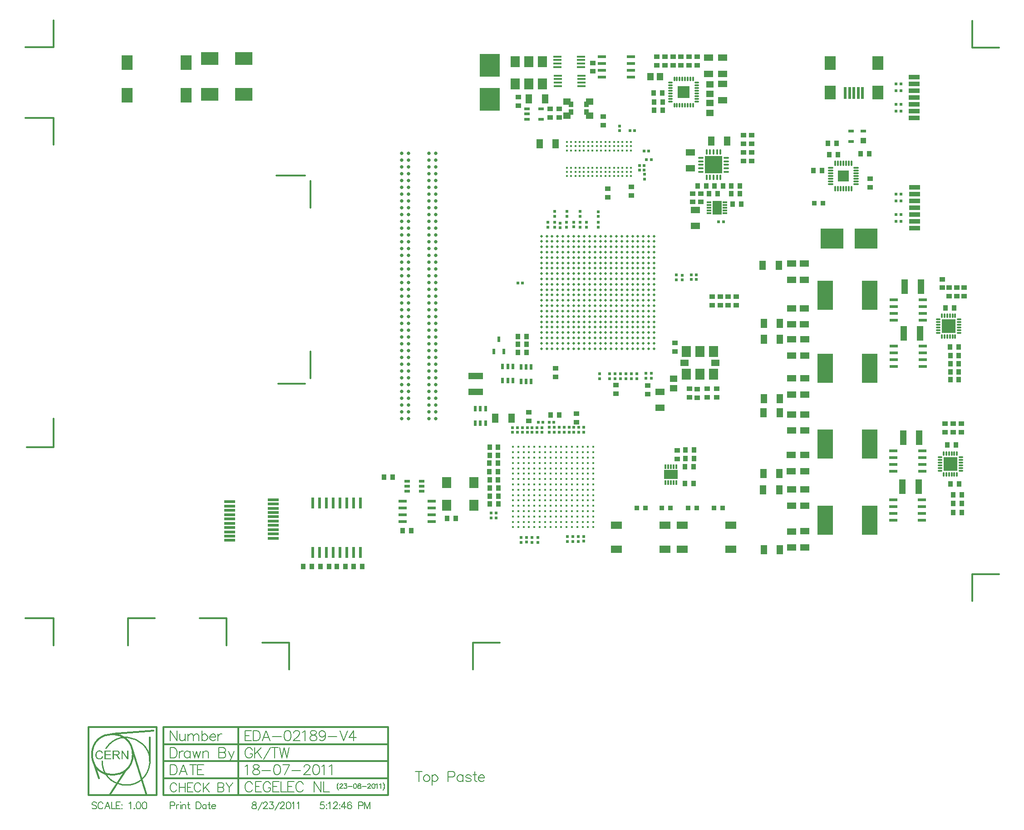
<source format=gbr>
%FSLAX24Y24*%
%MOIN*%
G70*
G01*
G75*
G04 Layer_Color=32768*
%ADD10C,0.0394*%
%ADD11C,0.0197*%
%ADD12R,0.0394X0.0354*%
%ADD13R,0.0354X0.0394*%
%ADD14R,0.0394X0.0374*%
%ADD15R,0.0374X0.0394*%
%ADD16R,0.0571X0.0453*%
%ADD17R,0.0236X0.0394*%
%ADD18R,0.0236X0.0413*%
%ADD19R,0.0413X0.0236*%
%ADD20R,0.0244X0.0244*%
%ADD21R,0.0709X0.0453*%
%ADD22R,0.0453X0.0709*%
%ADD23R,0.0244X0.0244*%
%ADD24R,0.0236X0.0236*%
%ADD25R,0.0236X0.0236*%
%ADD26R,0.0591X0.0177*%
%ADD27R,0.0984X0.0689*%
%ADD28R,0.0118X0.0335*%
%ADD29P,0.0557X4X360.0*%
%ADD30R,0.0610X0.0236*%
%ADD31R,0.1004X0.1004*%
%ADD32O,0.0118X0.0354*%
%ADD33O,0.0354X0.0118*%
%ADD34R,0.1142X0.2126*%
%ADD35R,0.0453X0.0571*%
%ADD36R,0.0453X0.1063*%
%ADD37R,0.0354X0.0374*%
%ADD38R,0.0827X0.0551*%
%ADD39R,0.1063X0.0453*%
%ADD40R,0.0787X0.0354*%
%ADD41R,0.1260X0.0965*%
%ADD42R,0.1671X0.1500*%
%ADD43C,0.0177*%
%ADD44C,0.0157*%
%ADD45R,0.1500X0.1671*%
%ADD46C,0.0354*%
%ADD47R,0.0787X0.1063*%
%ADD48R,0.0709X0.0787*%
%ADD49R,0.0354X0.0433*%
%ADD50R,0.0608X0.0512*%
%ADD51R,0.0669X0.0846*%
%ADD52R,0.0532X0.0492*%
%ADD53R,0.0276X0.1575*%
%ADD54R,0.0276X0.1260*%
%ADD55O,0.0118X0.0413*%
%ADD56O,0.0413X0.0118*%
%ADD57R,0.1319X0.1319*%
%ADD58R,0.1398X0.1398*%
%ADD59R,0.1280X0.1280*%
%ADD60O,0.0138X0.0413*%
%ADD61O,0.0413X0.0138*%
%ADD62C,0.0252*%
%ADD63R,0.0236X0.0807*%
%ADD64R,0.0335X0.0118*%
%ADD65R,0.0689X0.0984*%
%ADD66R,0.0394X0.0236*%
%ADD67R,0.0394X0.0394*%
%ADD68R,0.0433X0.0236*%
%ADD69R,0.0787X0.0197*%
%ADD70R,0.0787X0.0984*%
%ADD71R,0.0197X0.0906*%
%ADD72C,0.0050*%
%ADD73C,0.0100*%
%ADD74C,0.0300*%
%ADD75C,0.0060*%
%ADD76C,0.0080*%
%ADD77C,0.0120*%
%ADD78C,0.0400*%
%ADD79C,0.0260*%
%ADD80C,0.0200*%
%ADD81C,0.0240*%
%ADD82C,0.0150*%
%ADD83C,0.0180*%
%ADD84C,0.0600*%
%ADD85C,0.0160*%
%ADD86C,0.0070*%
%ADD87C,0.0140*%
%ADD88C,0.1575*%
%ADD89C,0.2362*%
%ADD90C,0.0591*%
%ADD91R,0.0591X0.0591*%
%ADD92C,0.0787*%
%ADD93C,0.2244*%
%ADD94C,0.2283*%
%ADD95R,0.1181X0.0866*%
%ADD96C,0.0669*%
%ADD97C,0.0630*%
%ADD98R,0.0787X0.0787*%
%ADD99C,0.0295*%
%ADD100C,0.0472*%
%ADD101P,0.0345X4X90.0*%
%ADD102P,0.0557X4X270.0*%
%ADD103P,0.0345X4X180.0*%
%ADD104R,0.0236X0.0413*%
%ADD105R,0.0236X0.0433*%
%ADD106C,0.0500*%
%ADD107C,0.0098*%
%ADD108C,0.0079*%
%ADD109C,0.0039*%
%ADD110C,0.0118*%
%ADD111C,0.0030*%
%ADD112R,0.0530X0.1020*%
%ADD113R,0.0440X0.1020*%
%ADD114R,0.0280X0.0790*%
%ADD115R,0.0350X0.1240*%
%ADD116R,0.0380X0.1240*%
%ADD117R,0.0380X0.0820*%
%ADD118R,0.0310X0.1000*%
%ADD119R,0.0230X0.0310*%
%ADD120R,0.5410X0.0280*%
%ADD121R,0.6810X0.0690*%
%ADD122R,0.2880X0.1120*%
%ADD123R,0.1800X0.1100*%
%ADD124R,0.1650X0.1050*%
%ADD125R,0.5850X0.0150*%
%ADD126R,0.1060X0.0270*%
%ADD127R,0.1110X0.0700*%
%ADD128R,0.1160X0.0440*%
%ADD129R,0.1130X0.0630*%
%ADD130R,0.1140X0.0430*%
%ADD131R,0.1110X0.0950*%
%ADD132R,0.1120X0.0640*%
%ADD133R,0.1170X0.1430*%
%ADD134R,0.1650X0.1150*%
%ADD135R,0.0400X0.1050*%
%ADD136R,0.0550X0.1100*%
%ADD137R,0.0400X0.1000*%
%ADD138R,0.0850X0.1000*%
%ADD139R,0.2050X0.0600*%
%ADD140R,0.4000X0.0450*%
%ADD141R,0.1800X0.0500*%
%ADD142R,0.2010X0.0890*%
%ADD143R,0.1460X0.0760*%
%ADD144R,0.0550X0.0340*%
%ADD145R,0.0270X0.0320*%
%ADD146R,0.0670X0.1810*%
%ADD147P,0.0000X4X360.0*%
%ADD148R,0.0835X0.0835*%
%ADD149R,0.0886X0.0886*%
G36*
X96584Y46052D02*
X95982D01*
Y46654D01*
X96584D01*
Y46052D01*
D02*
G37*
G36*
X96453Y56184D02*
X95850D01*
Y56786D01*
X96453D01*
Y56184D01*
D02*
G37*
G36*
X35074Y25290D02*
X35082D01*
X35102Y25289D01*
X35122Y25287D01*
X35144Y25283D01*
X35164Y25279D01*
X35174Y25276D01*
X35183Y25273D01*
X35184D01*
X35185Y25272D01*
X35190Y25271D01*
X35198Y25266D01*
X35208Y25259D01*
X35220Y25251D01*
X35231Y25240D01*
X35243Y25228D01*
X35254Y25212D01*
X35255Y25210D01*
X35258Y25204D01*
X35263Y25195D01*
X35267Y25184D01*
X35272Y25169D01*
X35277Y25152D01*
X35280Y25135D01*
X35281Y25115D01*
Y25114D01*
Y25112D01*
Y25108D01*
X35280Y25104D01*
Y25098D01*
X35279Y25091D01*
X35275Y25075D01*
X35270Y25057D01*
X35263Y25038D01*
X35251Y25019D01*
X35244Y25009D01*
X35236Y25000D01*
X35234Y24998D01*
X35231Y24996D01*
X35228Y24992D01*
X35224Y24989D01*
X35218Y24985D01*
X35211Y24981D01*
X35203Y24976D01*
X35194Y24971D01*
X35184Y24966D01*
X35173Y24961D01*
X35160Y24956D01*
X35147Y24951D01*
X35133Y24947D01*
X35117Y24945D01*
X35101Y24942D01*
X35103Y24941D01*
X35106Y24939D01*
X35112Y24936D01*
X35119Y24932D01*
X35136Y24921D01*
X35144Y24915D01*
X35151Y24909D01*
X35153Y24907D01*
X35158Y24904D01*
X35165Y24896D01*
X35174Y24886D01*
X35185Y24873D01*
X35196Y24859D01*
X35209Y24842D01*
X35222Y24824D01*
X35333Y24650D01*
X35226D01*
X35142Y24783D01*
Y24783D01*
X35140Y24785D01*
X35138Y24788D01*
X35136Y24792D01*
X35129Y24802D01*
X35120Y24815D01*
X35110Y24829D01*
X35100Y24844D01*
X35090Y24858D01*
X35080Y24870D01*
X35079Y24871D01*
X35076Y24875D01*
X35071Y24881D01*
X35066Y24888D01*
X35052Y24902D01*
X35045Y24908D01*
X35037Y24913D01*
X35036Y24914D01*
X35034Y24915D01*
X35030Y24917D01*
X35025Y24920D01*
X35014Y24926D01*
X34999Y24931D01*
X34998D01*
X34996Y24932D01*
X34992D01*
X34987Y24933D01*
X34981Y24934D01*
X34973D01*
X34963Y24935D01*
X34854D01*
Y24650D01*
X34769D01*
Y25291D01*
X35066D01*
X35074Y25290D01*
D02*
G37*
G36*
X34636Y25216D02*
X34257D01*
Y25019D01*
X34612D01*
Y24944D01*
X34257D01*
Y24725D01*
X34651D01*
Y24650D01*
X34172D01*
Y25291D01*
X34636D01*
Y25216D01*
D02*
G37*
G36*
X35917Y24650D02*
X35831D01*
X35494Y25153D01*
Y24650D01*
X35413D01*
Y25291D01*
X35499D01*
X35836Y24787D01*
Y25291D01*
X35917D01*
Y24650D01*
D02*
G37*
G36*
X33818Y25301D02*
X33826Y25300D01*
X33836Y25299D01*
X33846Y25298D01*
X33858Y25296D01*
X33884Y25290D01*
X33911Y25281D01*
X33924Y25275D01*
X33938Y25269D01*
X33951Y25261D01*
X33964Y25252D01*
X33965Y25251D01*
X33966Y25250D01*
X33969Y25247D01*
X33974Y25243D01*
X33979Y25238D01*
X33986Y25231D01*
X33993Y25225D01*
X34000Y25217D01*
X34007Y25207D01*
X34014Y25197D01*
X34022Y25186D01*
X34030Y25173D01*
X34037Y25160D01*
X34044Y25146D01*
X34055Y25114D01*
X33971Y25095D01*
Y25096D01*
X33970Y25098D01*
X33969Y25102D01*
X33967Y25107D01*
X33965Y25112D01*
X33962Y25119D01*
X33955Y25134D01*
X33946Y25150D01*
X33934Y25168D01*
X33922Y25184D01*
X33906Y25197D01*
X33904Y25198D01*
X33898Y25202D01*
X33889Y25207D01*
X33877Y25214D01*
X33862Y25220D01*
X33843Y25225D01*
X33823Y25229D01*
X33800Y25230D01*
X33793D01*
X33788Y25229D01*
X33781D01*
X33774Y25228D01*
X33757Y25225D01*
X33737Y25221D01*
X33717Y25214D01*
X33696Y25205D01*
X33677Y25193D01*
X33676D01*
X33675Y25191D01*
X33669Y25187D01*
X33660Y25179D01*
X33649Y25168D01*
X33639Y25154D01*
X33627Y25139D01*
X33616Y25119D01*
X33607Y25098D01*
Y25097D01*
X33606Y25095D01*
X33605Y25092D01*
X33604Y25087D01*
X33602Y25082D01*
X33601Y25075D01*
X33598Y25060D01*
X33594Y25041D01*
X33591Y25021D01*
X33589Y24998D01*
X33588Y24975D01*
Y24974D01*
Y24971D01*
Y24967D01*
Y24961D01*
X33589Y24954D01*
Y24945D01*
X33590Y24937D01*
X33591Y24927D01*
X33594Y24905D01*
X33598Y24880D01*
X33603Y24856D01*
X33611Y24832D01*
Y24831D01*
X33612Y24829D01*
X33614Y24826D01*
X33616Y24823D01*
X33621Y24811D01*
X33629Y24798D01*
X33640Y24783D01*
X33652Y24768D01*
X33667Y24753D01*
X33684Y24741D01*
X33685D01*
X33686Y24740D01*
X33689Y24738D01*
X33693Y24736D01*
X33704Y24732D01*
X33718Y24726D01*
X33733Y24721D01*
X33752Y24716D01*
X33772Y24712D01*
X33794Y24711D01*
X33801D01*
X33805Y24712D01*
X33811D01*
X33819Y24713D01*
X33836Y24716D01*
X33854Y24721D01*
X33875Y24729D01*
X33894Y24739D01*
X33914Y24752D01*
X33915Y24753D01*
X33916Y24754D01*
X33922Y24760D01*
X33930Y24770D01*
X33941Y24783D01*
X33952Y24800D01*
X33964Y24821D01*
X33973Y24846D01*
X33981Y24874D01*
X34066Y24853D01*
Y24852D01*
X34065Y24848D01*
X34063Y24843D01*
X34061Y24835D01*
X34057Y24827D01*
X34053Y24817D01*
X34049Y24806D01*
X34044Y24794D01*
X34031Y24768D01*
X34013Y24742D01*
X33994Y24716D01*
X33982Y24704D01*
X33969Y24694D01*
X33968Y24693D01*
X33966Y24692D01*
X33963Y24689D01*
X33957Y24685D01*
X33950Y24681D01*
X33942Y24676D01*
X33933Y24671D01*
X33923Y24666D01*
X33911Y24661D01*
X33898Y24657D01*
X33884Y24652D01*
X33869Y24648D01*
X33837Y24641D01*
X33819Y24640D01*
X33801Y24639D01*
X33791D01*
X33783Y24640D01*
X33774D01*
X33764Y24641D01*
X33753Y24643D01*
X33741Y24644D01*
X33714Y24650D01*
X33685Y24657D01*
X33658Y24667D01*
X33644Y24673D01*
X33632Y24681D01*
X33631Y24682D01*
X33629Y24683D01*
X33626Y24686D01*
X33621Y24689D01*
X33609Y24699D01*
X33596Y24712D01*
X33579Y24729D01*
X33563Y24750D01*
X33547Y24775D01*
X33533Y24803D01*
Y24804D01*
X33532Y24807D01*
X33530Y24811D01*
X33528Y24817D01*
X33525Y24824D01*
X33522Y24833D01*
X33519Y24843D01*
X33517Y24855D01*
X33514Y24866D01*
X33511Y24880D01*
X33505Y24909D01*
X33501Y24941D01*
X33500Y24975D01*
Y24976D01*
Y24980D01*
Y24985D01*
X33501Y24991D01*
Y25000D01*
X33502Y25011D01*
X33503Y25022D01*
X33505Y25034D01*
X33510Y25062D01*
X33516Y25091D01*
X33525Y25121D01*
X33538Y25149D01*
Y25150D01*
X33540Y25152D01*
X33542Y25156D01*
X33545Y25162D01*
X33549Y25168D01*
X33554Y25175D01*
X33566Y25191D01*
X33581Y25210D01*
X33599Y25229D01*
X33622Y25247D01*
X33646Y25263D01*
X33647D01*
X33649Y25265D01*
X33653Y25267D01*
X33659Y25269D01*
X33665Y25271D01*
X33673Y25275D01*
X33682Y25278D01*
X33692Y25282D01*
X33703Y25286D01*
X33715Y25289D01*
X33741Y25296D01*
X33770Y25300D01*
X33802Y25302D01*
X33811D01*
X33818Y25301D01*
D02*
G37*
%LPC*%
G36*
X35056Y25220D02*
X34854D01*
Y25008D01*
X35045D01*
X35056Y25009D01*
X35068Y25010D01*
X35083Y25011D01*
X35099Y25013D01*
X35113Y25016D01*
X35126Y25020D01*
X35128Y25021D01*
X35132Y25022D01*
X35138Y25025D01*
X35144Y25028D01*
X35152Y25034D01*
X35161Y25041D01*
X35169Y25049D01*
X35176Y25058D01*
X35177Y25059D01*
X35179Y25063D01*
X35182Y25068D01*
X35185Y25075D01*
X35187Y25083D01*
X35190Y25093D01*
X35192Y25104D01*
X35193Y25115D01*
Y25116D01*
Y25117D01*
Y25123D01*
X35191Y25131D01*
X35189Y25142D01*
X35185Y25153D01*
X35180Y25166D01*
X35171Y25179D01*
X35160Y25190D01*
X35158Y25191D01*
X35154Y25195D01*
X35145Y25200D01*
X35135Y25205D01*
X35120Y25211D01*
X35103Y25215D01*
X35081Y25219D01*
X35056Y25220D01*
D02*
G37*
%LPD*%
D11*
X66252Y54831D02*
D03*
Y55224D02*
D03*
Y55618D02*
D03*
Y56012D02*
D03*
Y56406D02*
D03*
Y56799D02*
D03*
Y57193D02*
D03*
Y57587D02*
D03*
Y57980D02*
D03*
Y58374D02*
D03*
Y58768D02*
D03*
Y59162D02*
D03*
Y59555D02*
D03*
Y59949D02*
D03*
Y60343D02*
D03*
Y60736D02*
D03*
Y61130D02*
D03*
Y61524D02*
D03*
Y61917D02*
D03*
Y62311D02*
D03*
Y62705D02*
D03*
Y63099D02*
D03*
X66646Y54831D02*
D03*
Y55224D02*
D03*
Y55618D02*
D03*
Y56012D02*
D03*
Y56406D02*
D03*
Y56799D02*
D03*
Y57193D02*
D03*
Y57587D02*
D03*
Y57980D02*
D03*
Y58374D02*
D03*
Y58768D02*
D03*
Y59162D02*
D03*
Y59555D02*
D03*
Y59949D02*
D03*
Y60343D02*
D03*
Y60736D02*
D03*
Y61130D02*
D03*
Y61524D02*
D03*
Y61917D02*
D03*
Y62311D02*
D03*
Y62705D02*
D03*
Y63099D02*
D03*
X67039Y54831D02*
D03*
Y55224D02*
D03*
Y55618D02*
D03*
Y56012D02*
D03*
Y56406D02*
D03*
Y56799D02*
D03*
Y57193D02*
D03*
Y57587D02*
D03*
Y57980D02*
D03*
Y58374D02*
D03*
Y58768D02*
D03*
Y59162D02*
D03*
Y59555D02*
D03*
Y59949D02*
D03*
Y60343D02*
D03*
Y60736D02*
D03*
Y61130D02*
D03*
Y61524D02*
D03*
Y61917D02*
D03*
Y62311D02*
D03*
Y62705D02*
D03*
Y63099D02*
D03*
X67433Y54831D02*
D03*
Y55224D02*
D03*
Y55618D02*
D03*
Y56012D02*
D03*
Y56406D02*
D03*
Y56799D02*
D03*
Y57193D02*
D03*
Y57587D02*
D03*
Y57980D02*
D03*
Y58374D02*
D03*
Y58768D02*
D03*
Y59162D02*
D03*
Y59555D02*
D03*
Y59949D02*
D03*
Y60343D02*
D03*
Y60736D02*
D03*
Y61130D02*
D03*
Y61524D02*
D03*
Y61917D02*
D03*
Y62311D02*
D03*
Y62705D02*
D03*
Y63099D02*
D03*
X67827Y54831D02*
D03*
Y55224D02*
D03*
Y55618D02*
D03*
Y56012D02*
D03*
Y56406D02*
D03*
Y56799D02*
D03*
Y57193D02*
D03*
Y57587D02*
D03*
Y57980D02*
D03*
Y58374D02*
D03*
Y58768D02*
D03*
Y59162D02*
D03*
Y59555D02*
D03*
Y59949D02*
D03*
Y60343D02*
D03*
Y60736D02*
D03*
Y61130D02*
D03*
Y61524D02*
D03*
Y61917D02*
D03*
Y62311D02*
D03*
Y62705D02*
D03*
Y63099D02*
D03*
X68220Y54831D02*
D03*
Y55224D02*
D03*
Y55618D02*
D03*
Y56012D02*
D03*
Y56406D02*
D03*
Y56799D02*
D03*
Y57193D02*
D03*
Y57587D02*
D03*
Y57980D02*
D03*
Y58374D02*
D03*
Y58768D02*
D03*
Y59162D02*
D03*
Y59555D02*
D03*
Y59949D02*
D03*
Y60343D02*
D03*
Y60736D02*
D03*
Y61130D02*
D03*
Y61524D02*
D03*
Y61917D02*
D03*
Y62311D02*
D03*
Y62705D02*
D03*
Y63099D02*
D03*
X68614Y54831D02*
D03*
Y55224D02*
D03*
Y55618D02*
D03*
Y56012D02*
D03*
Y56406D02*
D03*
Y56799D02*
D03*
Y57193D02*
D03*
Y57587D02*
D03*
Y57980D02*
D03*
Y58374D02*
D03*
Y58768D02*
D03*
Y59162D02*
D03*
Y59555D02*
D03*
Y59949D02*
D03*
Y60343D02*
D03*
Y60736D02*
D03*
Y61130D02*
D03*
Y61524D02*
D03*
Y61917D02*
D03*
Y62311D02*
D03*
Y62705D02*
D03*
Y63099D02*
D03*
X69008Y54831D02*
D03*
Y55224D02*
D03*
Y55618D02*
D03*
Y56012D02*
D03*
Y56406D02*
D03*
Y56799D02*
D03*
Y57193D02*
D03*
Y57587D02*
D03*
Y57980D02*
D03*
Y58374D02*
D03*
Y58768D02*
D03*
Y59162D02*
D03*
Y59555D02*
D03*
Y59949D02*
D03*
Y60343D02*
D03*
Y60736D02*
D03*
Y61130D02*
D03*
Y61524D02*
D03*
Y61917D02*
D03*
Y62311D02*
D03*
Y62705D02*
D03*
Y63099D02*
D03*
X69401Y54831D02*
D03*
Y55224D02*
D03*
Y55618D02*
D03*
Y56012D02*
D03*
Y56406D02*
D03*
Y56799D02*
D03*
Y57193D02*
D03*
Y57587D02*
D03*
Y57980D02*
D03*
Y58374D02*
D03*
Y58768D02*
D03*
Y59162D02*
D03*
Y59555D02*
D03*
Y59949D02*
D03*
Y60343D02*
D03*
Y60736D02*
D03*
Y61130D02*
D03*
Y61524D02*
D03*
Y61917D02*
D03*
Y62311D02*
D03*
Y62705D02*
D03*
Y63099D02*
D03*
X69795Y54831D02*
D03*
Y55224D02*
D03*
Y55618D02*
D03*
Y56012D02*
D03*
Y56406D02*
D03*
Y56799D02*
D03*
Y57193D02*
D03*
Y57587D02*
D03*
Y57980D02*
D03*
Y58374D02*
D03*
Y58768D02*
D03*
Y59162D02*
D03*
Y59555D02*
D03*
Y59949D02*
D03*
Y60343D02*
D03*
Y60736D02*
D03*
Y61130D02*
D03*
Y61524D02*
D03*
Y61917D02*
D03*
Y62311D02*
D03*
Y62705D02*
D03*
Y63099D02*
D03*
X70189Y54831D02*
D03*
Y55224D02*
D03*
Y55618D02*
D03*
Y56012D02*
D03*
Y56406D02*
D03*
Y56799D02*
D03*
Y57193D02*
D03*
Y57587D02*
D03*
Y57980D02*
D03*
Y58374D02*
D03*
Y58768D02*
D03*
Y59162D02*
D03*
Y59555D02*
D03*
Y59949D02*
D03*
Y60343D02*
D03*
Y60736D02*
D03*
Y61130D02*
D03*
Y61524D02*
D03*
Y61917D02*
D03*
Y62311D02*
D03*
Y62705D02*
D03*
Y63099D02*
D03*
X70583Y54831D02*
D03*
Y55224D02*
D03*
Y55618D02*
D03*
Y56012D02*
D03*
Y56406D02*
D03*
Y56799D02*
D03*
Y57193D02*
D03*
Y57587D02*
D03*
Y57980D02*
D03*
Y58374D02*
D03*
Y58768D02*
D03*
Y59162D02*
D03*
Y59555D02*
D03*
Y59949D02*
D03*
Y60343D02*
D03*
Y60736D02*
D03*
Y61130D02*
D03*
Y61524D02*
D03*
Y61917D02*
D03*
Y62311D02*
D03*
Y62705D02*
D03*
Y63099D02*
D03*
X70976Y54831D02*
D03*
Y55224D02*
D03*
Y55618D02*
D03*
Y56012D02*
D03*
Y56406D02*
D03*
Y56799D02*
D03*
Y57193D02*
D03*
Y57587D02*
D03*
Y57980D02*
D03*
Y58374D02*
D03*
Y58768D02*
D03*
Y59162D02*
D03*
Y59555D02*
D03*
Y59949D02*
D03*
Y60343D02*
D03*
Y60736D02*
D03*
Y61130D02*
D03*
Y61524D02*
D03*
Y61917D02*
D03*
Y62311D02*
D03*
Y62705D02*
D03*
Y63099D02*
D03*
X71370Y54831D02*
D03*
Y55224D02*
D03*
Y55618D02*
D03*
Y56012D02*
D03*
Y56406D02*
D03*
Y56799D02*
D03*
Y57193D02*
D03*
Y57587D02*
D03*
Y57980D02*
D03*
Y58374D02*
D03*
Y58768D02*
D03*
Y59162D02*
D03*
Y59555D02*
D03*
Y59949D02*
D03*
Y60343D02*
D03*
Y60736D02*
D03*
Y61130D02*
D03*
Y61524D02*
D03*
Y61917D02*
D03*
Y62311D02*
D03*
Y62705D02*
D03*
Y63099D02*
D03*
X71764Y54831D02*
D03*
Y55224D02*
D03*
Y55618D02*
D03*
Y56012D02*
D03*
Y56406D02*
D03*
Y56799D02*
D03*
Y57193D02*
D03*
Y57587D02*
D03*
Y57980D02*
D03*
Y58374D02*
D03*
Y58768D02*
D03*
Y59162D02*
D03*
Y59555D02*
D03*
Y59949D02*
D03*
Y60343D02*
D03*
Y60736D02*
D03*
Y61130D02*
D03*
Y61524D02*
D03*
Y61917D02*
D03*
Y62311D02*
D03*
Y62705D02*
D03*
Y63099D02*
D03*
X72157Y54831D02*
D03*
Y55224D02*
D03*
Y55618D02*
D03*
Y56012D02*
D03*
Y56406D02*
D03*
Y56799D02*
D03*
Y57193D02*
D03*
Y57587D02*
D03*
Y57980D02*
D03*
Y58374D02*
D03*
Y58768D02*
D03*
Y59162D02*
D03*
Y59555D02*
D03*
Y59949D02*
D03*
Y60343D02*
D03*
Y60736D02*
D03*
Y61130D02*
D03*
Y61524D02*
D03*
Y61917D02*
D03*
Y62311D02*
D03*
Y62705D02*
D03*
Y63099D02*
D03*
X72551Y54831D02*
D03*
Y55224D02*
D03*
Y55618D02*
D03*
Y56012D02*
D03*
Y56406D02*
D03*
Y56799D02*
D03*
Y57193D02*
D03*
Y57587D02*
D03*
Y57980D02*
D03*
Y58374D02*
D03*
Y58768D02*
D03*
Y59162D02*
D03*
Y59555D02*
D03*
Y59949D02*
D03*
Y60343D02*
D03*
Y60736D02*
D03*
Y61130D02*
D03*
Y61524D02*
D03*
Y61917D02*
D03*
Y62311D02*
D03*
Y62705D02*
D03*
Y63099D02*
D03*
X72945Y54831D02*
D03*
Y55224D02*
D03*
Y55618D02*
D03*
Y56012D02*
D03*
Y56406D02*
D03*
Y56799D02*
D03*
Y57193D02*
D03*
Y57587D02*
D03*
Y57980D02*
D03*
Y58374D02*
D03*
Y58768D02*
D03*
Y59162D02*
D03*
Y59555D02*
D03*
Y59949D02*
D03*
Y60343D02*
D03*
Y60736D02*
D03*
Y61130D02*
D03*
Y61524D02*
D03*
Y61917D02*
D03*
Y62311D02*
D03*
Y62705D02*
D03*
Y63099D02*
D03*
X73338Y54831D02*
D03*
Y55224D02*
D03*
Y55618D02*
D03*
Y56012D02*
D03*
Y56406D02*
D03*
Y56799D02*
D03*
Y57193D02*
D03*
Y57587D02*
D03*
Y57980D02*
D03*
Y58374D02*
D03*
Y58768D02*
D03*
Y59162D02*
D03*
Y59555D02*
D03*
Y59949D02*
D03*
Y60343D02*
D03*
Y60736D02*
D03*
Y61130D02*
D03*
Y61524D02*
D03*
Y61917D02*
D03*
Y62311D02*
D03*
Y62705D02*
D03*
Y63099D02*
D03*
X73732Y54831D02*
D03*
Y55224D02*
D03*
Y55618D02*
D03*
Y56012D02*
D03*
Y56406D02*
D03*
Y56799D02*
D03*
Y57193D02*
D03*
Y57587D02*
D03*
Y57980D02*
D03*
Y58374D02*
D03*
Y58768D02*
D03*
Y59162D02*
D03*
Y59555D02*
D03*
Y59949D02*
D03*
Y60343D02*
D03*
Y60736D02*
D03*
Y61130D02*
D03*
Y61524D02*
D03*
Y61917D02*
D03*
Y62311D02*
D03*
Y62705D02*
D03*
Y63099D02*
D03*
X74126Y54831D02*
D03*
Y55224D02*
D03*
Y55618D02*
D03*
Y56012D02*
D03*
Y56406D02*
D03*
Y56799D02*
D03*
Y57193D02*
D03*
Y57587D02*
D03*
Y57980D02*
D03*
Y58374D02*
D03*
Y58768D02*
D03*
Y59162D02*
D03*
Y59555D02*
D03*
Y59949D02*
D03*
Y60343D02*
D03*
Y60736D02*
D03*
Y61130D02*
D03*
Y61524D02*
D03*
Y61917D02*
D03*
Y62311D02*
D03*
Y62705D02*
D03*
Y63099D02*
D03*
X74520Y54831D02*
D03*
Y55224D02*
D03*
Y55618D02*
D03*
Y56012D02*
D03*
Y56406D02*
D03*
Y56799D02*
D03*
Y57193D02*
D03*
Y57587D02*
D03*
Y57980D02*
D03*
Y58374D02*
D03*
Y58768D02*
D03*
Y59162D02*
D03*
Y59555D02*
D03*
Y59949D02*
D03*
Y60343D02*
D03*
Y60736D02*
D03*
Y61130D02*
D03*
Y61524D02*
D03*
Y61917D02*
D03*
Y62311D02*
D03*
Y62705D02*
D03*
Y63099D02*
D03*
D12*
X97303Y58671D02*
D03*
Y59301D02*
D03*
X96496Y49321D02*
D03*
Y48691D02*
D03*
X96211Y59301D02*
D03*
Y58671D02*
D03*
X81683Y68622D02*
D03*
Y69252D02*
D03*
X90403Y67300D02*
D03*
Y66670D02*
D03*
X67293Y53373D02*
D03*
Y52743D02*
D03*
X81683Y70513D02*
D03*
Y69883D02*
D03*
X71113Y66593D02*
D03*
Y65963D02*
D03*
X80563Y58013D02*
D03*
Y58643D02*
D03*
X97110Y49321D02*
D03*
Y48691D02*
D03*
X74732Y75641D02*
D03*
Y76271D02*
D03*
X78793Y58013D02*
D03*
Y58643D02*
D03*
X79383Y58013D02*
D03*
Y58643D02*
D03*
X79973Y58013D02*
D03*
Y58643D02*
D03*
X77963Y66233D02*
D03*
Y65603D02*
D03*
X77363Y66233D02*
D03*
Y65603D02*
D03*
X70803Y71873D02*
D03*
Y71243D02*
D03*
X72849Y66070D02*
D03*
Y66700D02*
D03*
X95896Y48691D02*
D03*
Y49321D02*
D03*
X76223Y46733D02*
D03*
Y47363D02*
D03*
X81083Y70513D02*
D03*
Y69883D02*
D03*
X81083Y69253D02*
D03*
Y68623D02*
D03*
X96762Y59301D02*
D03*
Y58671D02*
D03*
X95699Y59301D02*
D03*
Y59931D02*
D03*
X76504Y75641D02*
D03*
Y76271D02*
D03*
X75913Y75641D02*
D03*
Y76271D02*
D03*
X75323Y75641D02*
D03*
Y76271D02*
D03*
X77685Y75641D02*
D03*
Y76271D02*
D03*
X77094Y75641D02*
D03*
Y76271D02*
D03*
X78413Y51873D02*
D03*
Y51243D02*
D03*
X77143D02*
D03*
Y51873D02*
D03*
X79134Y51243D02*
D03*
Y51873D02*
D03*
D13*
X96486Y43435D02*
D03*
X97116D02*
D03*
X96280Y52549D02*
D03*
X96909D02*
D03*
Y53130D02*
D03*
X96280D02*
D03*
X64538Y55138D02*
D03*
X65168D02*
D03*
X90338Y69158D02*
D03*
X89708D02*
D03*
X86868Y67918D02*
D03*
X86238D02*
D03*
X65168Y54548D02*
D03*
X64538D02*
D03*
X63088Y43418D02*
D03*
X62458D02*
D03*
X51242Y38832D02*
D03*
X51872D02*
D03*
X63098Y43998D02*
D03*
X62468D02*
D03*
X67545Y49940D02*
D03*
X66915D02*
D03*
X53092Y38822D02*
D03*
X52462D02*
D03*
X97116Y44075D02*
D03*
X96486D02*
D03*
X64538Y55718D02*
D03*
X65168D02*
D03*
X62448Y45178D02*
D03*
X63078D02*
D03*
X97126Y42785D02*
D03*
X96496D02*
D03*
X79608Y66798D02*
D03*
X78978D02*
D03*
X80938Y65448D02*
D03*
X80308D02*
D03*
X62438Y46408D02*
D03*
X63068D02*
D03*
X62448Y46988D02*
D03*
X63078D02*
D03*
X62448Y47578D02*
D03*
X63078D02*
D03*
X76798Y46138D02*
D03*
X77428D02*
D03*
X96909Y53730D02*
D03*
X96280D02*
D03*
X62458Y44578D02*
D03*
X63088D02*
D03*
X62438Y45778D02*
D03*
X63068D02*
D03*
X96280Y54321D02*
D03*
X96909D02*
D03*
X75155Y72934D02*
D03*
X74525D02*
D03*
X75158Y72338D02*
D03*
X74528D02*
D03*
X55318Y45378D02*
D03*
X54688D02*
D03*
D14*
X67550Y72450D02*
D03*
Y71820D02*
D03*
X66903Y71813D02*
D03*
Y72443D02*
D03*
X76053Y54623D02*
D03*
Y55253D02*
D03*
X64563Y73303D02*
D03*
Y72673D02*
D03*
X71717Y51513D02*
D03*
Y52143D02*
D03*
X74068Y52126D02*
D03*
Y51497D02*
D03*
X68814Y50037D02*
D03*
Y49407D02*
D03*
X65330Y49515D02*
D03*
Y50145D02*
D03*
X70013Y75833D02*
D03*
Y75203D02*
D03*
X77703Y51233D02*
D03*
Y51863D02*
D03*
D15*
X76808Y44908D02*
D03*
X77438D02*
D03*
X77458Y47368D02*
D03*
X76828D02*
D03*
X87283Y69928D02*
D03*
X87913D02*
D03*
X50662Y38832D02*
D03*
X50032D02*
D03*
X48772Y38822D02*
D03*
X49402D02*
D03*
X59318Y42338D02*
D03*
X59948D02*
D03*
X96295Y44885D02*
D03*
X96925D02*
D03*
X74505Y73604D02*
D03*
X75135D02*
D03*
X77448Y46758D02*
D03*
X76818D02*
D03*
X79208Y66218D02*
D03*
X78578D02*
D03*
X56708Y41458D02*
D03*
X56078D02*
D03*
X78368Y66798D02*
D03*
X77738D02*
D03*
X80198D02*
D03*
X80828D02*
D03*
X87408Y69068D02*
D03*
X88038D02*
D03*
X80188Y66208D02*
D03*
X80818D02*
D03*
X96695Y47765D02*
D03*
X96065D02*
D03*
X96550Y57822D02*
D03*
X95920D02*
D03*
X96905Y54960D02*
D03*
X96275D02*
D03*
D16*
X75963Y51924D02*
D03*
Y52632D02*
D03*
X78633Y72872D02*
D03*
Y72164D02*
D03*
Y73554D02*
D03*
Y74262D02*
D03*
D17*
X62759Y54625D02*
D03*
X63507D02*
D03*
X63133Y55531D02*
D03*
D18*
X64749Y53479D02*
D03*
X65123D02*
D03*
X65497D02*
D03*
Y52417D02*
D03*
X65123D02*
D03*
X64749D02*
D03*
X64157Y52467D02*
D03*
X63783D02*
D03*
X63409D02*
D03*
Y53530D02*
D03*
X63783D02*
D03*
X64157D02*
D03*
X62147Y49346D02*
D03*
X61773D02*
D03*
X61399D02*
D03*
Y50409D02*
D03*
X61773D02*
D03*
X62147D02*
D03*
D19*
X56411Y44334D02*
D03*
Y44708D02*
D03*
Y45082D02*
D03*
X57474D02*
D03*
Y44708D02*
D03*
Y44334D02*
D03*
D20*
X64870Y59638D02*
D03*
X64516D02*
D03*
X92660Y72278D02*
D03*
X92306D02*
D03*
X92660Y72778D02*
D03*
X92306D02*
D03*
X92660Y73768D02*
D03*
X92306D02*
D03*
X92660Y74278D02*
D03*
X92306D02*
D03*
X79620Y64158D02*
D03*
X79266D02*
D03*
X74136Y69339D02*
D03*
X73781D02*
D03*
X73102Y70835D02*
D03*
X72748D02*
D03*
X62918Y42370D02*
D03*
X62564D02*
D03*
X62918Y42744D02*
D03*
X62564D02*
D03*
X92306Y64178D02*
D03*
X92660D02*
D03*
X92306Y66178D02*
D03*
X92660D02*
D03*
X92306Y64678D02*
D03*
X92660D02*
D03*
X92306Y65668D02*
D03*
X92660D02*
D03*
D21*
X84643Y51457D02*
D03*
Y52639D02*
D03*
X85583Y45827D02*
D03*
Y47009D02*
D03*
X84623Y44469D02*
D03*
Y43287D02*
D03*
X85593Y44469D02*
D03*
Y43287D02*
D03*
X84633Y40217D02*
D03*
Y41399D02*
D03*
X84603Y45827D02*
D03*
Y47009D02*
D03*
X74970Y51651D02*
D03*
Y50469D02*
D03*
X77553Y63837D02*
D03*
Y65019D02*
D03*
X84643Y55509D02*
D03*
Y54327D02*
D03*
X85593Y40227D02*
D03*
Y41409D02*
D03*
X78513Y76209D02*
D03*
Y75027D02*
D03*
X79553Y73087D02*
D03*
Y74269D02*
D03*
X85583Y48807D02*
D03*
Y49989D02*
D03*
Y51457D02*
D03*
Y52639D02*
D03*
X84643Y49989D02*
D03*
Y48807D02*
D03*
X85583Y54327D02*
D03*
Y55509D02*
D03*
X79553Y76209D02*
D03*
Y75027D02*
D03*
X85563Y61069D02*
D03*
Y59887D02*
D03*
X84633Y56617D02*
D03*
Y57799D02*
D03*
Y61069D02*
D03*
Y59887D02*
D03*
X85573Y56617D02*
D03*
Y57799D02*
D03*
X77183Y69259D02*
D03*
Y68077D02*
D03*
D22*
X82592Y51148D02*
D03*
X83774D02*
D03*
X82582Y55528D02*
D03*
X83764D02*
D03*
X66514Y73188D02*
D03*
X65332D02*
D03*
X82572Y50128D02*
D03*
X83754D02*
D03*
X62869Y49722D02*
D03*
X64050D02*
D03*
X66114Y69870D02*
D03*
X67295D02*
D03*
X82542Y44438D02*
D03*
X83724D02*
D03*
X83764Y56668D02*
D03*
X82582D02*
D03*
X82592Y40058D02*
D03*
X83774D02*
D03*
X82552Y45658D02*
D03*
X83734D02*
D03*
X82502Y60958D02*
D03*
X83684D02*
D03*
X79894Y70068D02*
D03*
X78712D02*
D03*
D23*
X76163Y60235D02*
D03*
Y59881D02*
D03*
X77253Y59901D02*
D03*
Y60255D02*
D03*
X77643Y59901D02*
D03*
Y60255D02*
D03*
X68142Y64910D02*
D03*
Y64555D02*
D03*
X70425Y64890D02*
D03*
Y64536D02*
D03*
X73831Y67282D02*
D03*
Y67636D02*
D03*
X69086Y64910D02*
D03*
Y64555D02*
D03*
X68960Y41014D02*
D03*
Y40660D02*
D03*
X69353Y41025D02*
D03*
Y40671D02*
D03*
X68563Y41015D02*
D03*
Y40661D02*
D03*
X68160Y41017D02*
D03*
Y40663D02*
D03*
X65570Y40947D02*
D03*
Y40593D02*
D03*
X65980Y40947D02*
D03*
Y40593D02*
D03*
X65160Y40957D02*
D03*
Y40603D02*
D03*
X64760Y40947D02*
D03*
Y40593D02*
D03*
X67236Y64910D02*
D03*
Y64555D02*
D03*
X71990Y71199D02*
D03*
Y70845D02*
D03*
X76593Y60225D02*
D03*
Y59871D02*
D03*
D24*
X64140Y49029D02*
D03*
Y48675D02*
D03*
X64857D02*
D03*
Y49029D02*
D03*
X65932Y48675D02*
D03*
Y49029D02*
D03*
X66290Y48675D02*
D03*
Y49029D02*
D03*
X67201Y48683D02*
D03*
Y49037D02*
D03*
X67561Y48683D02*
D03*
Y49037D02*
D03*
X68283Y48683D02*
D03*
Y49037D02*
D03*
X69004Y48683D02*
D03*
Y49037D02*
D03*
X64498Y48675D02*
D03*
Y49029D02*
D03*
X65215Y48675D02*
D03*
Y49029D02*
D03*
X65573Y48675D02*
D03*
Y49029D02*
D03*
X73922Y53005D02*
D03*
Y52651D02*
D03*
X67922Y48683D02*
D03*
Y49037D02*
D03*
X68643Y48683D02*
D03*
Y49037D02*
D03*
X69365Y48683D02*
D03*
Y49037D02*
D03*
X66840Y48683D02*
D03*
Y49037D02*
D03*
X72865Y52988D02*
D03*
Y52633D02*
D03*
X72465Y52988D02*
D03*
Y52633D02*
D03*
X73264Y52988D02*
D03*
Y52633D02*
D03*
X72065Y52988D02*
D03*
Y52633D02*
D03*
X70543Y52985D02*
D03*
Y52631D02*
D03*
X71666Y52988D02*
D03*
Y52633D02*
D03*
X71266Y52985D02*
D03*
Y52631D02*
D03*
X74322Y53005D02*
D03*
Y52651D02*
D03*
X67630Y63709D02*
D03*
Y64063D02*
D03*
X68614Y63768D02*
D03*
Y64122D02*
D03*
X67236Y63748D02*
D03*
Y64102D02*
D03*
X70425Y63748D02*
D03*
Y64102D02*
D03*
X69086Y63748D02*
D03*
Y64102D02*
D03*
X68102Y63748D02*
D03*
Y64102D02*
D03*
X66724Y63748D02*
D03*
Y64102D02*
D03*
X69559Y63748D02*
D03*
Y64102D02*
D03*
D25*
X66813Y49420D02*
D03*
X67167D02*
D03*
X66377D02*
D03*
X66023D02*
D03*
X73457Y67951D02*
D03*
X73811D02*
D03*
X73966Y68708D02*
D03*
X74320D02*
D03*
X73447Y68276D02*
D03*
X73801D02*
D03*
D26*
X67427Y76296D02*
D03*
Y76040D02*
D03*
Y75784D02*
D03*
Y75528D02*
D03*
X69159D02*
D03*
Y75784D02*
D03*
Y76040D02*
D03*
Y76296D02*
D03*
X67457Y74896D02*
D03*
Y74640D02*
D03*
Y74384D02*
D03*
Y74128D02*
D03*
X69189D02*
D03*
Y74384D02*
D03*
Y74640D02*
D03*
Y74896D02*
D03*
D27*
X75767Y45570D02*
D03*
D28*
X76161Y44979D02*
D03*
X75964D02*
D03*
X75767D02*
D03*
X75570D02*
D03*
X75373D02*
D03*
Y46160D02*
D03*
X75570D02*
D03*
X75767D02*
D03*
X75964D02*
D03*
X76161D02*
D03*
D30*
X72836Y74778D02*
D03*
Y75278D02*
D03*
Y75778D02*
D03*
Y76278D02*
D03*
X70710Y74778D02*
D03*
Y75278D02*
D03*
Y75778D02*
D03*
Y76278D02*
D03*
X94206Y42208D02*
D03*
Y42708D02*
D03*
Y43208D02*
D03*
Y43708D02*
D03*
X92080Y42208D02*
D03*
Y42708D02*
D03*
Y43208D02*
D03*
Y43708D02*
D03*
X94216Y45818D02*
D03*
Y46318D02*
D03*
Y46818D02*
D03*
Y47318D02*
D03*
X92090Y45818D02*
D03*
Y46318D02*
D03*
Y46818D02*
D03*
Y47318D02*
D03*
X94262Y53528D02*
D03*
Y54028D02*
D03*
Y54528D02*
D03*
Y55028D02*
D03*
X92136Y53528D02*
D03*
Y54028D02*
D03*
Y54528D02*
D03*
Y55028D02*
D03*
X94262Y56916D02*
D03*
Y57416D02*
D03*
Y57916D02*
D03*
Y58416D02*
D03*
X92136Y56916D02*
D03*
Y57416D02*
D03*
Y57916D02*
D03*
Y58416D02*
D03*
X58196Y42118D02*
D03*
Y42618D02*
D03*
Y43118D02*
D03*
Y43618D02*
D03*
X56070Y42118D02*
D03*
Y42618D02*
D03*
Y43118D02*
D03*
Y43618D02*
D03*
D31*
X96152Y56485D02*
D03*
X96283Y46353D02*
D03*
D32*
X96644Y55717D02*
D03*
X96447D02*
D03*
X96250D02*
D03*
X96053D02*
D03*
X95856D02*
D03*
X95660D02*
D03*
Y57253D02*
D03*
X95856D02*
D03*
X96053D02*
D03*
X96250D02*
D03*
X96447D02*
D03*
X96644D02*
D03*
X96775Y47121D02*
D03*
X96578D02*
D03*
X96381D02*
D03*
X96185D02*
D03*
X95988D02*
D03*
X95791D02*
D03*
Y45586D02*
D03*
X95988D02*
D03*
X96185D02*
D03*
X96381D02*
D03*
X96578D02*
D03*
X96775D02*
D03*
X77392Y74653D02*
D03*
X77195D02*
D03*
X76998D02*
D03*
X76801D02*
D03*
X76605D02*
D03*
X76408D02*
D03*
X76211D02*
D03*
X76014D02*
D03*
Y72723D02*
D03*
X76211D02*
D03*
X76408D02*
D03*
X76605D02*
D03*
X76801D02*
D03*
X76998D02*
D03*
X77195D02*
D03*
X77392D02*
D03*
D33*
X95384Y55993D02*
D03*
Y56190D02*
D03*
Y56387D02*
D03*
Y56584D02*
D03*
Y56780D02*
D03*
Y56977D02*
D03*
X96919D02*
D03*
Y56780D02*
D03*
Y56584D02*
D03*
Y56387D02*
D03*
Y56190D02*
D03*
Y55993D02*
D03*
X97051Y45861D02*
D03*
Y46058D02*
D03*
Y46255D02*
D03*
Y46452D02*
D03*
Y46649D02*
D03*
Y46845D02*
D03*
X95515D02*
D03*
Y46649D02*
D03*
Y46452D02*
D03*
Y46255D02*
D03*
Y46058D02*
D03*
Y45861D02*
D03*
X77668Y72999D02*
D03*
Y73196D02*
D03*
Y73393D02*
D03*
Y73590D02*
D03*
Y73786D02*
D03*
Y73983D02*
D03*
Y74180D02*
D03*
Y74377D02*
D03*
X75738D02*
D03*
Y74180D02*
D03*
Y73983D02*
D03*
Y73786D02*
D03*
Y73590D02*
D03*
Y73393D02*
D03*
Y73196D02*
D03*
Y72999D02*
D03*
D34*
X90364Y42214D02*
D03*
X87097D02*
D03*
Y47824D02*
D03*
X90364D02*
D03*
X87097Y58749D02*
D03*
X90364D02*
D03*
X90357Y53368D02*
D03*
X87089D02*
D03*
D35*
X74957Y74808D02*
D03*
X74249D02*
D03*
D36*
X92772Y44688D02*
D03*
X93954D02*
D03*
X92812Y48288D02*
D03*
X93994D02*
D03*
X92872Y55958D02*
D03*
X94054D02*
D03*
X94114Y59378D02*
D03*
X92932D02*
D03*
D37*
X77658Y43118D02*
D03*
X77028D02*
D03*
X75728D02*
D03*
X75098D02*
D03*
X73908D02*
D03*
X73278D02*
D03*
X86285Y65500D02*
D03*
X86915D02*
D03*
X79558Y43128D02*
D03*
X78928D02*
D03*
D38*
X76592Y40082D02*
D03*
X80174D02*
D03*
X76592Y41854D02*
D03*
X80174D02*
D03*
X71752Y40082D02*
D03*
X75334D02*
D03*
X71752Y41854D02*
D03*
X75334D02*
D03*
D39*
X61443Y51647D02*
D03*
Y52829D02*
D03*
D40*
X93634Y74780D02*
D03*
Y71780D02*
D03*
Y72780D02*
D03*
Y73780D02*
D03*
Y72280D02*
D03*
Y73280D02*
D03*
Y74280D02*
D03*
X93654Y66670D02*
D03*
Y63670D02*
D03*
Y64670D02*
D03*
Y65670D02*
D03*
Y64170D02*
D03*
Y65170D02*
D03*
Y66170D02*
D03*
D41*
X41900Y73502D02*
D03*
Y76139D02*
D03*
X44400Y76150D02*
D03*
Y73512D02*
D03*
D42*
X90105Y62900D02*
D03*
X87595D02*
D03*
D43*
X70068Y47608D02*
D03*
Y47214D02*
D03*
Y46821D02*
D03*
Y46427D02*
D03*
Y46033D02*
D03*
Y45639D02*
D03*
Y45246D02*
D03*
Y44852D02*
D03*
Y44458D02*
D03*
Y44065D02*
D03*
Y43671D02*
D03*
Y43277D02*
D03*
Y42884D02*
D03*
Y42490D02*
D03*
Y42096D02*
D03*
Y41702D02*
D03*
X69674Y47608D02*
D03*
Y47214D02*
D03*
Y46821D02*
D03*
Y46427D02*
D03*
Y46033D02*
D03*
Y45639D02*
D03*
Y45246D02*
D03*
Y44852D02*
D03*
Y44458D02*
D03*
Y44065D02*
D03*
Y43671D02*
D03*
Y43277D02*
D03*
Y42884D02*
D03*
Y42490D02*
D03*
Y42096D02*
D03*
Y41702D02*
D03*
X69280Y47608D02*
D03*
Y47214D02*
D03*
Y46821D02*
D03*
Y46427D02*
D03*
Y46033D02*
D03*
Y45639D02*
D03*
Y45246D02*
D03*
Y44852D02*
D03*
Y44458D02*
D03*
Y44065D02*
D03*
Y43671D02*
D03*
Y43277D02*
D03*
Y42884D02*
D03*
Y42490D02*
D03*
Y42096D02*
D03*
Y41702D02*
D03*
X68887Y47608D02*
D03*
Y47214D02*
D03*
Y46821D02*
D03*
Y46427D02*
D03*
Y46033D02*
D03*
Y45639D02*
D03*
Y45246D02*
D03*
Y44852D02*
D03*
Y44458D02*
D03*
Y44065D02*
D03*
Y43671D02*
D03*
Y43277D02*
D03*
Y42884D02*
D03*
Y42490D02*
D03*
Y42096D02*
D03*
Y41702D02*
D03*
X68493Y47608D02*
D03*
Y47214D02*
D03*
Y46821D02*
D03*
Y46427D02*
D03*
Y46033D02*
D03*
Y45639D02*
D03*
Y45246D02*
D03*
Y44852D02*
D03*
Y44458D02*
D03*
Y44065D02*
D03*
Y43671D02*
D03*
Y43277D02*
D03*
Y42884D02*
D03*
Y42490D02*
D03*
Y42096D02*
D03*
Y41702D02*
D03*
X68099Y47608D02*
D03*
Y47214D02*
D03*
Y46821D02*
D03*
Y46427D02*
D03*
Y46033D02*
D03*
Y45639D02*
D03*
Y45246D02*
D03*
Y44852D02*
D03*
Y44458D02*
D03*
Y44065D02*
D03*
Y43671D02*
D03*
Y43277D02*
D03*
Y42884D02*
D03*
Y42490D02*
D03*
Y42096D02*
D03*
Y41702D02*
D03*
X67705Y47608D02*
D03*
Y47214D02*
D03*
Y46821D02*
D03*
Y46427D02*
D03*
Y46033D02*
D03*
Y45639D02*
D03*
Y45246D02*
D03*
Y44852D02*
D03*
Y44458D02*
D03*
Y44065D02*
D03*
Y43671D02*
D03*
Y43277D02*
D03*
Y42884D02*
D03*
Y42490D02*
D03*
Y42096D02*
D03*
Y41702D02*
D03*
X67312Y47608D02*
D03*
Y47214D02*
D03*
Y46821D02*
D03*
Y46427D02*
D03*
Y46033D02*
D03*
Y45639D02*
D03*
Y45246D02*
D03*
Y44852D02*
D03*
Y44458D02*
D03*
Y44065D02*
D03*
Y43671D02*
D03*
Y43277D02*
D03*
Y42884D02*
D03*
Y42490D02*
D03*
Y42096D02*
D03*
Y41702D02*
D03*
X66918Y47608D02*
D03*
Y47214D02*
D03*
Y46821D02*
D03*
Y46427D02*
D03*
Y46033D02*
D03*
Y45639D02*
D03*
Y45246D02*
D03*
Y44852D02*
D03*
Y44458D02*
D03*
Y44065D02*
D03*
Y43671D02*
D03*
Y43277D02*
D03*
Y42884D02*
D03*
Y42490D02*
D03*
Y42096D02*
D03*
Y41702D02*
D03*
X66524Y47608D02*
D03*
Y47214D02*
D03*
Y46821D02*
D03*
Y46427D02*
D03*
Y46033D02*
D03*
Y45639D02*
D03*
Y45246D02*
D03*
Y44852D02*
D03*
Y44458D02*
D03*
Y44065D02*
D03*
Y43671D02*
D03*
Y43277D02*
D03*
Y42884D02*
D03*
Y42490D02*
D03*
Y42096D02*
D03*
Y41702D02*
D03*
X66131Y47608D02*
D03*
Y47214D02*
D03*
Y46821D02*
D03*
Y46427D02*
D03*
Y46033D02*
D03*
Y45639D02*
D03*
Y45246D02*
D03*
Y44852D02*
D03*
Y44458D02*
D03*
Y44065D02*
D03*
Y43671D02*
D03*
Y43277D02*
D03*
Y42884D02*
D03*
Y42490D02*
D03*
Y42096D02*
D03*
Y41702D02*
D03*
X65737Y47608D02*
D03*
Y47214D02*
D03*
Y46821D02*
D03*
Y46427D02*
D03*
Y46033D02*
D03*
Y45639D02*
D03*
Y45246D02*
D03*
Y44852D02*
D03*
Y44458D02*
D03*
Y44065D02*
D03*
Y43671D02*
D03*
Y43277D02*
D03*
Y42884D02*
D03*
Y42490D02*
D03*
Y42096D02*
D03*
Y41702D02*
D03*
X65343Y47608D02*
D03*
Y47214D02*
D03*
Y46821D02*
D03*
Y46427D02*
D03*
Y46033D02*
D03*
Y45639D02*
D03*
Y45246D02*
D03*
Y44852D02*
D03*
Y44458D02*
D03*
Y44065D02*
D03*
Y43671D02*
D03*
Y43277D02*
D03*
Y42884D02*
D03*
Y42490D02*
D03*
Y42096D02*
D03*
Y41702D02*
D03*
X64950Y47608D02*
D03*
Y47214D02*
D03*
Y46821D02*
D03*
Y46427D02*
D03*
Y46033D02*
D03*
Y45639D02*
D03*
Y45246D02*
D03*
Y44852D02*
D03*
Y44458D02*
D03*
Y44065D02*
D03*
Y43671D02*
D03*
Y43277D02*
D03*
Y42884D02*
D03*
Y42490D02*
D03*
Y42096D02*
D03*
Y41702D02*
D03*
X64556Y47608D02*
D03*
Y47214D02*
D03*
Y46821D02*
D03*
Y46427D02*
D03*
Y46033D02*
D03*
Y45639D02*
D03*
Y45246D02*
D03*
Y44852D02*
D03*
Y44458D02*
D03*
Y44065D02*
D03*
Y43671D02*
D03*
Y43277D02*
D03*
Y42884D02*
D03*
Y42490D02*
D03*
Y42096D02*
D03*
Y41702D02*
D03*
X64162Y47608D02*
D03*
Y47214D02*
D03*
Y46821D02*
D03*
Y46427D02*
D03*
Y46033D02*
D03*
Y45639D02*
D03*
Y45246D02*
D03*
Y44852D02*
D03*
Y44458D02*
D03*
Y44065D02*
D03*
Y43671D02*
D03*
Y43277D02*
D03*
Y42884D02*
D03*
Y42490D02*
D03*
Y42096D02*
D03*
Y41702D02*
D03*
D44*
X72841Y70019D02*
D03*
Y69704D02*
D03*
Y69390D02*
D03*
Y68130D02*
D03*
Y67815D02*
D03*
Y67500D02*
D03*
X72526Y70019D02*
D03*
Y69704D02*
D03*
Y69390D02*
D03*
Y68130D02*
D03*
Y67815D02*
D03*
Y67500D02*
D03*
X72211Y70019D02*
D03*
Y69704D02*
D03*
Y69390D02*
D03*
Y68130D02*
D03*
Y67815D02*
D03*
Y67500D02*
D03*
X71896Y70019D02*
D03*
Y69704D02*
D03*
Y69390D02*
D03*
Y68130D02*
D03*
Y67815D02*
D03*
Y67500D02*
D03*
X71581Y70019D02*
D03*
Y69704D02*
D03*
Y69390D02*
D03*
Y68130D02*
D03*
Y67815D02*
D03*
Y67500D02*
D03*
X71266Y70019D02*
D03*
Y69704D02*
D03*
Y69390D02*
D03*
Y68130D02*
D03*
Y67815D02*
D03*
Y67500D02*
D03*
X70951Y70019D02*
D03*
Y69704D02*
D03*
Y69390D02*
D03*
Y68130D02*
D03*
Y67815D02*
D03*
Y67500D02*
D03*
X70636Y70019D02*
D03*
Y69704D02*
D03*
Y69390D02*
D03*
Y68130D02*
D03*
Y67815D02*
D03*
Y67500D02*
D03*
X70321Y70019D02*
D03*
Y69704D02*
D03*
Y69390D02*
D03*
Y68130D02*
D03*
Y67815D02*
D03*
Y67500D02*
D03*
X70006Y70019D02*
D03*
Y69704D02*
D03*
Y69390D02*
D03*
Y68130D02*
D03*
Y67815D02*
D03*
Y67500D02*
D03*
X69691Y70019D02*
D03*
Y69704D02*
D03*
Y69390D02*
D03*
Y68130D02*
D03*
Y67815D02*
D03*
Y67500D02*
D03*
X69376Y70019D02*
D03*
Y69704D02*
D03*
Y69390D02*
D03*
Y68130D02*
D03*
Y67815D02*
D03*
Y67500D02*
D03*
X69061Y70019D02*
D03*
Y69704D02*
D03*
Y69390D02*
D03*
Y68130D02*
D03*
Y67815D02*
D03*
Y67500D02*
D03*
X68747Y70019D02*
D03*
Y69704D02*
D03*
Y69390D02*
D03*
Y68130D02*
D03*
Y67815D02*
D03*
Y67500D02*
D03*
X68432Y70019D02*
D03*
Y69704D02*
D03*
Y69390D02*
D03*
Y68130D02*
D03*
Y67815D02*
D03*
Y67500D02*
D03*
X68117Y70019D02*
D03*
Y69704D02*
D03*
Y69390D02*
D03*
Y68130D02*
D03*
Y67815D02*
D03*
Y67500D02*
D03*
D45*
X62450Y75660D02*
D03*
Y73150D02*
D03*
D47*
X40167Y75846D02*
D03*
Y73445D02*
D03*
X35837Y75846D02*
D03*
X35837Y73445D02*
D03*
D48*
X66325Y75922D02*
D03*
X65325D02*
D03*
X64325D02*
D03*
Y74268D02*
D03*
X65325D02*
D03*
X66325D02*
D03*
X59306Y43324D02*
D03*
X61306D02*
D03*
Y44978D02*
D03*
X59306D02*
D03*
D49*
X68437Y72795D02*
D03*
X69563D02*
D03*
Y72205D02*
D03*
X68437D02*
D03*
D50*
X76770Y53788D02*
D03*
X79016D02*
D03*
D51*
X76893Y54615D02*
D03*
X77893D02*
D03*
X78893Y52961D02*
D03*
Y54615D02*
D03*
X77893Y52961D02*
D03*
X76893D02*
D03*
D52*
X68117Y71956D02*
D03*
X69809D02*
D03*
Y72980D02*
D03*
X68117D02*
D03*
D55*
X89024Y68463D02*
D03*
X88827D02*
D03*
X88630D02*
D03*
X88433D02*
D03*
X88236D02*
D03*
X88039D02*
D03*
X87842D02*
D03*
Y66573D02*
D03*
X88039D02*
D03*
X88236D02*
D03*
X88433D02*
D03*
X88630D02*
D03*
X88827D02*
D03*
X89024D02*
D03*
D56*
X87488Y68109D02*
D03*
Y67912D02*
D03*
Y67715D02*
D03*
Y67518D02*
D03*
Y67321D02*
D03*
Y67124D02*
D03*
Y66927D02*
D03*
X89378D02*
D03*
Y67124D02*
D03*
Y67321D02*
D03*
Y67518D02*
D03*
Y67715D02*
D03*
Y67912D02*
D03*
Y68109D02*
D03*
D59*
X78898Y68341D02*
D03*
D60*
X78386Y69267D02*
D03*
X78642D02*
D03*
X78898D02*
D03*
X79154D02*
D03*
X79410D02*
D03*
Y67416D02*
D03*
X79154D02*
D03*
X78898D02*
D03*
X78642D02*
D03*
X78386D02*
D03*
D61*
X79823Y68853D02*
D03*
Y68597D02*
D03*
Y68341D02*
D03*
Y68086D02*
D03*
Y67830D02*
D03*
X77973D02*
D03*
Y68086D02*
D03*
Y68341D02*
D03*
Y68597D02*
D03*
Y68853D02*
D03*
D62*
X55988Y49673D02*
D03*
Y50173D02*
D03*
Y50673D02*
D03*
Y51173D02*
D03*
Y51673D02*
D03*
Y52173D02*
D03*
Y52673D02*
D03*
Y53173D02*
D03*
Y53673D02*
D03*
Y54173D02*
D03*
Y54673D02*
D03*
Y55173D02*
D03*
Y55673D02*
D03*
Y56173D02*
D03*
Y56673D02*
D03*
Y57173D02*
D03*
Y57673D02*
D03*
Y58173D02*
D03*
Y58673D02*
D03*
Y59173D02*
D03*
Y59673D02*
D03*
Y60173D02*
D03*
Y60673D02*
D03*
Y61173D02*
D03*
Y61673D02*
D03*
Y62173D02*
D03*
Y62673D02*
D03*
Y63173D02*
D03*
Y63673D02*
D03*
Y64173D02*
D03*
Y64673D02*
D03*
Y65173D02*
D03*
Y65673D02*
D03*
Y66173D02*
D03*
Y66673D02*
D03*
Y67173D02*
D03*
Y67673D02*
D03*
Y68173D02*
D03*
Y68673D02*
D03*
Y69173D02*
D03*
X56488Y49673D02*
D03*
Y50173D02*
D03*
Y50673D02*
D03*
Y51173D02*
D03*
Y51673D02*
D03*
Y52173D02*
D03*
Y52673D02*
D03*
Y53173D02*
D03*
Y53673D02*
D03*
Y54173D02*
D03*
Y54673D02*
D03*
Y55173D02*
D03*
Y55673D02*
D03*
Y56173D02*
D03*
Y56673D02*
D03*
Y57173D02*
D03*
Y57673D02*
D03*
Y58173D02*
D03*
Y58673D02*
D03*
Y59173D02*
D03*
Y59673D02*
D03*
Y60173D02*
D03*
Y60673D02*
D03*
Y61173D02*
D03*
Y61673D02*
D03*
Y62173D02*
D03*
Y62673D02*
D03*
Y63173D02*
D03*
Y63673D02*
D03*
Y64173D02*
D03*
Y64673D02*
D03*
Y65173D02*
D03*
Y65673D02*
D03*
Y66173D02*
D03*
Y66673D02*
D03*
Y67173D02*
D03*
Y67673D02*
D03*
Y68173D02*
D03*
Y68673D02*
D03*
Y69173D02*
D03*
X57988Y49673D02*
D03*
Y50173D02*
D03*
Y50673D02*
D03*
Y51173D02*
D03*
Y51673D02*
D03*
Y52173D02*
D03*
Y52673D02*
D03*
Y53173D02*
D03*
Y53673D02*
D03*
Y54173D02*
D03*
Y54673D02*
D03*
Y55173D02*
D03*
Y55673D02*
D03*
Y56173D02*
D03*
Y56673D02*
D03*
Y57173D02*
D03*
Y57673D02*
D03*
Y58173D02*
D03*
Y58673D02*
D03*
Y59173D02*
D03*
Y59673D02*
D03*
Y60173D02*
D03*
Y60673D02*
D03*
Y61173D02*
D03*
Y61673D02*
D03*
Y62173D02*
D03*
Y62673D02*
D03*
Y63173D02*
D03*
Y63673D02*
D03*
Y64173D02*
D03*
Y64673D02*
D03*
Y65173D02*
D03*
Y65673D02*
D03*
Y66173D02*
D03*
Y66673D02*
D03*
Y67173D02*
D03*
Y67673D02*
D03*
Y68173D02*
D03*
Y68673D02*
D03*
Y69173D02*
D03*
X58488Y49673D02*
D03*
Y50173D02*
D03*
Y50673D02*
D03*
Y51173D02*
D03*
Y51673D02*
D03*
Y52173D02*
D03*
Y52673D02*
D03*
Y53173D02*
D03*
Y53673D02*
D03*
Y54173D02*
D03*
Y54673D02*
D03*
Y55173D02*
D03*
Y55673D02*
D03*
Y56173D02*
D03*
Y56673D02*
D03*
Y57173D02*
D03*
Y57673D02*
D03*
Y58173D02*
D03*
Y58673D02*
D03*
Y59173D02*
D03*
Y59673D02*
D03*
Y60173D02*
D03*
Y60673D02*
D03*
Y61173D02*
D03*
Y61673D02*
D03*
Y62173D02*
D03*
Y62673D02*
D03*
Y63173D02*
D03*
Y63673D02*
D03*
Y64173D02*
D03*
Y64673D02*
D03*
Y65173D02*
D03*
Y65673D02*
D03*
Y66173D02*
D03*
Y66673D02*
D03*
Y67173D02*
D03*
Y67673D02*
D03*
Y68173D02*
D03*
Y68673D02*
D03*
Y69173D02*
D03*
D63*
X49453Y43499D02*
D03*
X49953D02*
D03*
X52953Y39837D02*
D03*
Y43499D02*
D03*
X52453D02*
D03*
X51953D02*
D03*
X51453D02*
D03*
X50953D02*
D03*
X50453D02*
D03*
X52453Y39837D02*
D03*
X51953D02*
D03*
X51453D02*
D03*
X50953D02*
D03*
X50453D02*
D03*
X49953D02*
D03*
X49453D02*
D03*
D64*
X78561Y65586D02*
D03*
Y65389D02*
D03*
Y65192D02*
D03*
Y64995D02*
D03*
Y64798D02*
D03*
X79742D02*
D03*
Y64995D02*
D03*
Y65192D02*
D03*
Y65389D02*
D03*
Y65586D02*
D03*
D65*
X79152Y65192D02*
D03*
D66*
X89000Y70054D02*
D03*
Y70802D02*
D03*
X89906D02*
D03*
D67*
Y70133D02*
D03*
D68*
X65201Y72442D02*
D03*
Y72068D02*
D03*
Y71694D02*
D03*
X66225D02*
D03*
Y72442D02*
D03*
D69*
X43346Y43571D02*
D03*
Y43256D02*
D03*
X43346Y42941D02*
D03*
X43346Y42626D02*
D03*
X43346Y42311D02*
D03*
Y41996D02*
D03*
Y41681D02*
D03*
Y41366D02*
D03*
Y41051D02*
D03*
X43346Y40736D02*
D03*
X46575Y40894D02*
D03*
Y41209D02*
D03*
Y41524D02*
D03*
X46575Y41839D02*
D03*
X46575Y42154D02*
D03*
X46575Y42469D02*
D03*
X46575Y42783D02*
D03*
X46575Y43098D02*
D03*
X46575Y43413D02*
D03*
X46575Y43728D02*
D03*
D70*
X90955Y73647D02*
D03*
X87451D02*
D03*
X90955Y75813D02*
D03*
X87451D02*
D03*
D71*
X88888Y73608D02*
D03*
X89518D02*
D03*
X88573D02*
D03*
X89203D02*
D03*
X89823D02*
D03*
D72*
X51367Y22917D02*
X51333Y22883D01*
X51300Y22833D01*
X51267Y22767D01*
X51250Y22683D01*
Y22617D01*
X51267Y22533D01*
X51300Y22467D01*
X51333Y22417D01*
X51367Y22383D01*
X51333Y22883D02*
X51300Y22817D01*
X51283Y22767D01*
X51267Y22683D01*
Y22617D01*
X51283Y22533D01*
X51300Y22483D01*
X51333Y22417D01*
X51450Y22767D02*
Y22783D01*
X51467Y22817D01*
X51483Y22833D01*
X51517Y22850D01*
X51583D01*
X51617Y22833D01*
X51633Y22817D01*
X51650Y22783D01*
Y22750D01*
X51633Y22717D01*
X51600Y22667D01*
X51433Y22500D01*
X51667D01*
X51778Y22850D02*
X51962D01*
X51862Y22717D01*
X51912D01*
X51945Y22700D01*
X51962Y22683D01*
X51978Y22633D01*
Y22600D01*
X51962Y22550D01*
X51928Y22517D01*
X51878Y22500D01*
X51828D01*
X51778Y22517D01*
X51762Y22533D01*
X51745Y22567D01*
X52056Y22650D02*
X52356D01*
X52560Y22850D02*
X52510Y22833D01*
X52476Y22783D01*
X52460Y22700D01*
Y22650D01*
X52476Y22567D01*
X52510Y22517D01*
X52560Y22500D01*
X52593D01*
X52643Y22517D01*
X52676Y22567D01*
X52693Y22650D01*
Y22700D01*
X52676Y22783D01*
X52643Y22833D01*
X52593Y22850D01*
X52560D01*
X52855D02*
X52805Y22833D01*
X52788Y22800D01*
Y22767D01*
X52805Y22733D01*
X52838Y22717D01*
X52905Y22700D01*
X52955Y22683D01*
X52988Y22650D01*
X53005Y22617D01*
Y22567D01*
X52988Y22533D01*
X52971Y22517D01*
X52921Y22500D01*
X52855D01*
X52805Y22517D01*
X52788Y22533D01*
X52771Y22567D01*
Y22617D01*
X52788Y22650D01*
X52821Y22683D01*
X52871Y22700D01*
X52938Y22717D01*
X52971Y22733D01*
X52988Y22767D01*
Y22800D01*
X52971Y22833D01*
X52921Y22850D01*
X52855D01*
X53083Y22650D02*
X53383D01*
X53503Y22767D02*
Y22783D01*
X53520Y22817D01*
X53536Y22833D01*
X53569Y22850D01*
X53636D01*
X53669Y22833D01*
X53686Y22817D01*
X53703Y22783D01*
Y22750D01*
X53686Y22717D01*
X53653Y22667D01*
X53486Y22500D01*
X53719D01*
X53898Y22850D02*
X53848Y22833D01*
X53814Y22783D01*
X53798Y22700D01*
Y22650D01*
X53814Y22567D01*
X53848Y22517D01*
X53898Y22500D01*
X53931D01*
X53981Y22517D01*
X54014Y22567D01*
X54031Y22650D01*
Y22700D01*
X54014Y22783D01*
X53981Y22833D01*
X53931Y22850D01*
X53898D01*
X54109Y22783D02*
X54143Y22800D01*
X54193Y22850D01*
Y22500D01*
X54366Y22783D02*
X54399Y22800D01*
X54449Y22850D01*
Y22500D01*
X54623Y22917D02*
X54656Y22883D01*
X54689Y22833D01*
X54723Y22767D01*
X54739Y22683D01*
Y22617D01*
X54723Y22533D01*
X54689Y22467D01*
X54656Y22417D01*
X54623Y22383D01*
X54656Y22883D02*
X54689Y22817D01*
X54706Y22767D01*
X54723Y22683D01*
Y22617D01*
X54706Y22533D01*
X54689Y22483D01*
X54656Y22417D01*
X50286Y21500D02*
X50048D01*
X50024Y21285D01*
X50048Y21309D01*
X50119Y21333D01*
X50190D01*
X50262Y21309D01*
X50309Y21262D01*
X50333Y21190D01*
Y21143D01*
X50309Y21071D01*
X50262Y21024D01*
X50190Y21000D01*
X50119D01*
X50048Y21024D01*
X50024Y21047D01*
X50000Y21095D01*
X50469Y21333D02*
X50445Y21309D01*
X50469Y21285D01*
X50493Y21309D01*
X50469Y21333D01*
Y21047D02*
X50445Y21024D01*
X50469Y21000D01*
X50493Y21024D01*
X50469Y21047D01*
X50602Y21404D02*
X50650Y21428D01*
X50721Y21500D01*
Y21000D01*
X50993Y21381D02*
Y21404D01*
X51016Y21452D01*
X51040Y21476D01*
X51088Y21500D01*
X51183D01*
X51231Y21476D01*
X51254Y21452D01*
X51278Y21404D01*
Y21357D01*
X51254Y21309D01*
X51207Y21238D01*
X50969Y21000D01*
X51302D01*
X51438Y21333D02*
X51414Y21309D01*
X51438Y21285D01*
X51462Y21309D01*
X51438Y21333D01*
Y21047D02*
X51414Y21024D01*
X51438Y21000D01*
X51462Y21024D01*
X51438Y21047D01*
X51809Y21500D02*
X51571Y21166D01*
X51928D01*
X51809Y21500D02*
Y21000D01*
X52302Y21428D02*
X52278Y21476D01*
X52207Y21500D01*
X52159D01*
X52088Y21476D01*
X52040Y21404D01*
X52016Y21285D01*
Y21166D01*
X52040Y21071D01*
X52088Y21024D01*
X52159Y21000D01*
X52183D01*
X52254Y21024D01*
X52302Y21071D01*
X52326Y21143D01*
Y21166D01*
X52302Y21238D01*
X52254Y21285D01*
X52183Y21309D01*
X52159D01*
X52088Y21285D01*
X52040Y21238D01*
X52016Y21166D01*
X52828Y21238D02*
X53042D01*
X53114Y21262D01*
X53137Y21285D01*
X53161Y21333D01*
Y21404D01*
X53137Y21452D01*
X53114Y21476D01*
X53042Y21500D01*
X52828D01*
Y21000D01*
X53273Y21500D02*
Y21000D01*
Y21500D02*
X53463Y21000D01*
X53654Y21500D02*
X53463Y21000D01*
X53654Y21500D02*
Y21000D01*
X45119Y21500D02*
X45048Y21476D01*
X45024Y21428D01*
Y21381D01*
X45048Y21333D01*
X45095Y21309D01*
X45190Y21285D01*
X45262Y21262D01*
X45309Y21214D01*
X45333Y21166D01*
Y21095D01*
X45309Y21047D01*
X45286Y21024D01*
X45214Y21000D01*
X45119D01*
X45048Y21024D01*
X45024Y21047D01*
X45000Y21095D01*
Y21166D01*
X45024Y21214D01*
X45071Y21262D01*
X45143Y21285D01*
X45238Y21309D01*
X45286Y21333D01*
X45309Y21381D01*
Y21428D01*
X45286Y21476D01*
X45214Y21500D01*
X45119D01*
X45445Y20928D02*
X45778Y21500D01*
X45835Y21381D02*
Y21404D01*
X45859Y21452D01*
X45883Y21476D01*
X45931Y21500D01*
X46026D01*
X46074Y21476D01*
X46097Y21452D01*
X46121Y21404D01*
Y21357D01*
X46097Y21309D01*
X46050Y21238D01*
X45812Y21000D01*
X46145D01*
X46304Y21500D02*
X46566D01*
X46423Y21309D01*
X46495D01*
X46542Y21285D01*
X46566Y21262D01*
X46590Y21190D01*
Y21143D01*
X46566Y21071D01*
X46519Y21024D01*
X46447Y21000D01*
X46376D01*
X46304Y21024D01*
X46281Y21047D01*
X46257Y21095D01*
X46702Y20928D02*
X47035Y21500D01*
X47092Y21381D02*
Y21404D01*
X47116Y21452D01*
X47140Y21476D01*
X47188Y21500D01*
X47283D01*
X47330Y21476D01*
X47354Y21452D01*
X47378Y21404D01*
Y21357D01*
X47354Y21309D01*
X47307Y21238D01*
X47069Y21000D01*
X47402D01*
X47656Y21500D02*
X47585Y21476D01*
X47537Y21404D01*
X47514Y21285D01*
Y21214D01*
X47537Y21095D01*
X47585Y21024D01*
X47656Y21000D01*
X47704D01*
X47776Y21024D01*
X47823Y21095D01*
X47847Y21214D01*
Y21285D01*
X47823Y21404D01*
X47776Y21476D01*
X47704Y21500D01*
X47656D01*
X47959Y21404D02*
X48006Y21428D01*
X48078Y21500D01*
Y21000D01*
X48325Y21404D02*
X48373Y21428D01*
X48444Y21500D01*
Y21000D01*
X39000Y21238D02*
X39214D01*
X39286Y21262D01*
X39309Y21285D01*
X39333Y21333D01*
Y21404D01*
X39309Y21452D01*
X39286Y21476D01*
X39214Y21500D01*
X39000D01*
Y21000D01*
X39445Y21333D02*
Y21000D01*
Y21190D02*
X39469Y21262D01*
X39516Y21309D01*
X39564Y21333D01*
X39636D01*
X39728Y21500D02*
X39752Y21476D01*
X39776Y21500D01*
X39752Y21523D01*
X39728Y21500D01*
X39752Y21333D02*
Y21000D01*
X39864Y21333D02*
Y21000D01*
Y21238D02*
X39935Y21309D01*
X39983Y21333D01*
X40054D01*
X40102Y21309D01*
X40126Y21238D01*
Y21000D01*
X40328Y21500D02*
Y21095D01*
X40352Y21024D01*
X40400Y21000D01*
X40447D01*
X40257Y21333D02*
X40423D01*
X40911Y21500D02*
Y21000D01*
Y21500D02*
X41078D01*
X41149Y21476D01*
X41197Y21428D01*
X41221Y21381D01*
X41245Y21309D01*
Y21190D01*
X41221Y21119D01*
X41197Y21071D01*
X41149Y21024D01*
X41078Y21000D01*
X40911D01*
X41642Y21333D02*
Y21000D01*
Y21262D02*
X41595Y21309D01*
X41547Y21333D01*
X41476D01*
X41428Y21309D01*
X41380Y21262D01*
X41357Y21190D01*
Y21143D01*
X41380Y21071D01*
X41428Y21024D01*
X41476Y21000D01*
X41547D01*
X41595Y21024D01*
X41642Y21071D01*
X41847Y21500D02*
Y21095D01*
X41871Y21024D01*
X41918Y21000D01*
X41966D01*
X41776Y21333D02*
X41942D01*
X42037Y21190D02*
X42323D01*
Y21238D01*
X42299Y21285D01*
X42275Y21309D01*
X42228Y21333D01*
X42156D01*
X42109Y21309D01*
X42061Y21262D01*
X42037Y21190D01*
Y21143D01*
X42061Y21071D01*
X42109Y21024D01*
X42156Y21000D01*
X42228D01*
X42275Y21024D01*
X42323Y21071D01*
X33583Y21428D02*
X33536Y21476D01*
X33464Y21500D01*
X33369D01*
X33298Y21476D01*
X33250Y21428D01*
Y21381D01*
X33274Y21333D01*
X33298Y21309D01*
X33345Y21286D01*
X33488Y21238D01*
X33536Y21214D01*
X33559Y21190D01*
X33583Y21143D01*
Y21071D01*
X33536Y21024D01*
X33464Y21000D01*
X33369D01*
X33298Y21024D01*
X33250Y21071D01*
X34052Y21381D02*
X34028Y21428D01*
X33981Y21476D01*
X33933Y21500D01*
X33838D01*
X33790Y21476D01*
X33743Y21428D01*
X33719Y21381D01*
X33695Y21309D01*
Y21190D01*
X33719Y21119D01*
X33743Y21071D01*
X33790Y21024D01*
X33838Y21000D01*
X33933D01*
X33981Y21024D01*
X34028Y21071D01*
X34052Y21119D01*
X34574Y21000D02*
X34383Y21500D01*
X34193Y21000D01*
X34264Y21167D02*
X34502D01*
X34690Y21500D02*
Y21000D01*
X34976D01*
X35340Y21500D02*
X35031D01*
Y21000D01*
X35340D01*
X35031Y21262D02*
X35221D01*
X35447Y21333D02*
X35423Y21309D01*
X35447Y21286D01*
X35471Y21309D01*
X35447Y21333D01*
Y21048D02*
X35423Y21024D01*
X35447Y21000D01*
X35471Y21024D01*
X35447Y21048D01*
X35973Y21405D02*
X36021Y21428D01*
X36092Y21500D01*
Y21000D01*
X36364Y21048D02*
X36340Y21024D01*
X36364Y21000D01*
X36387Y21024D01*
X36364Y21048D01*
X36640Y21500D02*
X36568Y21476D01*
X36521Y21405D01*
X36497Y21286D01*
Y21214D01*
X36521Y21095D01*
X36568Y21024D01*
X36640Y21000D01*
X36687D01*
X36759Y21024D01*
X36806Y21095D01*
X36830Y21214D01*
Y21286D01*
X36806Y21405D01*
X36759Y21476D01*
X36687Y21500D01*
X36640D01*
X37085D02*
X37013Y21476D01*
X36966Y21405D01*
X36942Y21286D01*
Y21214D01*
X36966Y21095D01*
X37013Y21024D01*
X37085Y21000D01*
X37132D01*
X37204Y21024D01*
X37252Y21095D01*
X37275Y21214D01*
Y21286D01*
X37252Y21405D01*
X37204Y21476D01*
X37132Y21500D01*
X37085D01*
D73*
X34000Y24503D02*
G03*
X34281Y25450I1750J-3D01*
G01*
D77*
X46929Y52244D02*
X48898D01*
X49291Y52638D02*
Y54606D01*
Y65197D02*
Y67165D01*
X46811Y67559D02*
X48898D01*
X30433Y69823D02*
Y71791D01*
X28346D02*
X30433D01*
X28465Y47598D02*
X30433D01*
Y49685D01*
X35905Y35000D02*
X37874D01*
X35905Y33031D02*
Y35000D01*
X97884Y36284D02*
Y38253D01*
X61220Y33229D02*
X63189D01*
X61220Y31260D02*
Y33229D01*
X47716Y31260D02*
Y33228D01*
X28346Y76988D02*
X30433D01*
Y78956D01*
X97898Y76954D02*
Y78923D01*
Y76954D02*
X99866D01*
X43130Y33031D02*
Y35000D01*
X41161D02*
X43130D01*
X45748Y33228D02*
X47716D01*
X97884Y38253D02*
X99852D01*
X28346Y35000D02*
X30433D01*
Y33031D02*
Y35000D01*
X36250Y25000D02*
G03*
X36250Y25000I-1500J0D01*
G01*
X33350Y24460D02*
X33750Y23250D01*
X34550Y22050D02*
X35760Y23890D01*
X33000Y22000D02*
Y27000D01*
X37500Y24500D02*
Y26250D01*
X38500Y22000D02*
Y27000D01*
X38000Y22000D02*
Y27000D01*
X44000Y22000D02*
Y27000D01*
X33000Y22000D02*
X38000D01*
X34750Y26500D02*
X37750Y26750D01*
X33000Y27000D02*
X38000D01*
X36220Y25300D02*
X37250Y22000D01*
X55000D02*
Y27000D01*
X38500Y22000D02*
X55000D01*
X38500Y23250D02*
X55000D01*
X38500Y24500D02*
X55000D01*
X38500Y25750D02*
X55000D01*
X38500Y27000D02*
X55000D01*
D86*
X57250Y23750D02*
Y23000D01*
X57000Y23750D02*
X57500D01*
X57768Y23500D02*
X57696Y23464D01*
X57625Y23393D01*
X57589Y23285D01*
Y23214D01*
X57625Y23107D01*
X57696Y23035D01*
X57768Y23000D01*
X57875D01*
X57946Y23035D01*
X58018Y23107D01*
X58053Y23214D01*
Y23285D01*
X58018Y23393D01*
X57946Y23464D01*
X57875Y23500D01*
X57768D01*
X58218D02*
Y22750D01*
Y23393D02*
X58289Y23464D01*
X58360Y23500D01*
X58467D01*
X58539Y23464D01*
X58610Y23393D01*
X58646Y23285D01*
Y23214D01*
X58610Y23107D01*
X58539Y23035D01*
X58467Y23000D01*
X58360D01*
X58289Y23035D01*
X58218Y23107D01*
X59396Y23357D02*
X59717D01*
X59824Y23393D01*
X59860Y23428D01*
X59896Y23500D01*
Y23607D01*
X59860Y23678D01*
X59824Y23714D01*
X59717Y23750D01*
X59396D01*
Y23000D01*
X60492Y23500D02*
Y23000D01*
Y23393D02*
X60421Y23464D01*
X60349Y23500D01*
X60242D01*
X60171Y23464D01*
X60099Y23393D01*
X60064Y23285D01*
Y23214D01*
X60099Y23107D01*
X60171Y23035D01*
X60242Y23000D01*
X60349D01*
X60421Y23035D01*
X60492Y23107D01*
X61085Y23393D02*
X61049Y23464D01*
X60942Y23500D01*
X60835D01*
X60728Y23464D01*
X60692Y23393D01*
X60728Y23321D01*
X60799Y23285D01*
X60978Y23250D01*
X61049Y23214D01*
X61085Y23143D01*
Y23107D01*
X61049Y23035D01*
X60942Y23000D01*
X60835D01*
X60728Y23035D01*
X60692Y23107D01*
X61349Y23750D02*
Y23143D01*
X61385Y23035D01*
X61456Y23000D01*
X61528D01*
X61242Y23500D02*
X61492D01*
X61635Y23285D02*
X62063D01*
Y23357D01*
X62027Y23428D01*
X61992Y23464D01*
X61920Y23500D01*
X61813D01*
X61742Y23464D01*
X61670Y23393D01*
X61635Y23285D01*
Y23214D01*
X61670Y23107D01*
X61742Y23035D01*
X61813Y23000D01*
X61920D01*
X61992Y23035D01*
X62063Y23107D01*
X57250Y23750D02*
Y23000D01*
X57000Y23750D02*
X57500D01*
X57768Y23500D02*
X57696Y23464D01*
X57625Y23393D01*
X57589Y23286D01*
Y23214D01*
X57625Y23107D01*
X57696Y23036D01*
X57768Y23000D01*
X57875D01*
X57946Y23036D01*
X58018Y23107D01*
X58053Y23214D01*
Y23286D01*
X58018Y23393D01*
X57946Y23464D01*
X57875Y23500D01*
X57768D01*
X58218D02*
Y22750D01*
Y23393D02*
X58289Y23464D01*
X58360Y23500D01*
X58468D01*
X58539Y23464D01*
X58610Y23393D01*
X58646Y23286D01*
Y23214D01*
X58610Y23107D01*
X58539Y23036D01*
X58468Y23000D01*
X58360D01*
X58289Y23036D01*
X58218Y23107D01*
X59396Y23357D02*
X59717D01*
X59824Y23393D01*
X59860Y23428D01*
X59896Y23500D01*
Y23607D01*
X59860Y23678D01*
X59824Y23714D01*
X59717Y23750D01*
X59396D01*
Y23000D01*
X60492Y23500D02*
Y23000D01*
Y23393D02*
X60421Y23464D01*
X60349Y23500D01*
X60242D01*
X60171Y23464D01*
X60099Y23393D01*
X60064Y23286D01*
Y23214D01*
X60099Y23107D01*
X60171Y23036D01*
X60242Y23000D01*
X60349D01*
X60421Y23036D01*
X60492Y23107D01*
X61085Y23393D02*
X61049Y23464D01*
X60942Y23500D01*
X60835D01*
X60728Y23464D01*
X60692Y23393D01*
X60728Y23321D01*
X60799Y23286D01*
X60978Y23250D01*
X61049Y23214D01*
X61085Y23143D01*
Y23107D01*
X61049Y23036D01*
X60942Y23000D01*
X60835D01*
X60728Y23036D01*
X60692Y23107D01*
X61349Y23750D02*
Y23143D01*
X61385Y23036D01*
X61456Y23000D01*
X61528D01*
X61242Y23500D02*
X61492D01*
X61635Y23286D02*
X62063D01*
Y23357D01*
X62027Y23428D01*
X61992Y23464D01*
X61920Y23500D01*
X61813D01*
X61742Y23464D01*
X61670Y23393D01*
X61635Y23286D01*
Y23214D01*
X61670Y23107D01*
X61742Y23036D01*
X61813Y23000D01*
X61920D01*
X61992Y23036D01*
X62063Y23107D01*
X39464Y22745D02*
X39433Y22807D01*
X39371Y22869D01*
X39309Y22900D01*
X39186D01*
X39124Y22869D01*
X39062Y22807D01*
X39031Y22745D01*
X39000Y22652D01*
Y22497D01*
X39031Y22405D01*
X39062Y22343D01*
X39124Y22281D01*
X39186Y22250D01*
X39309D01*
X39371Y22281D01*
X39433Y22343D01*
X39464Y22405D01*
X39647Y22900D02*
Y22250D01*
X40080Y22900D02*
Y22250D01*
X39647Y22590D02*
X40080D01*
X40662Y22900D02*
X40259D01*
Y22250D01*
X40662D01*
X40259Y22590D02*
X40507D01*
X41234Y22745D02*
X41203Y22807D01*
X41141Y22869D01*
X41079Y22900D01*
X40956D01*
X40894Y22869D01*
X40832Y22807D01*
X40801Y22745D01*
X40770Y22652D01*
Y22497D01*
X40801Y22405D01*
X40832Y22343D01*
X40894Y22281D01*
X40956Y22250D01*
X41079D01*
X41141Y22281D01*
X41203Y22343D01*
X41234Y22405D01*
X41417Y22900D02*
Y22250D01*
X41850Y22900D02*
X41417Y22466D01*
X41572Y22621D02*
X41850Y22250D01*
X42506Y22900D02*
Y22250D01*
Y22900D02*
X42785D01*
X42877Y22869D01*
X42908Y22838D01*
X42939Y22776D01*
Y22714D01*
X42908Y22652D01*
X42877Y22621D01*
X42785Y22590D01*
X42506D02*
X42785D01*
X42877Y22559D01*
X42908Y22528D01*
X42939Y22466D01*
Y22374D01*
X42908Y22312D01*
X42877Y22281D01*
X42785Y22250D01*
X42506D01*
X43085Y22900D02*
X43332Y22590D01*
Y22250D01*
X43580Y22900D02*
X43332Y22590D01*
X39000Y25500D02*
Y24750D01*
Y25500D02*
X39250D01*
X39357Y25464D01*
X39428Y25392D01*
X39464Y25321D01*
X39500Y25214D01*
Y25035D01*
X39464Y24928D01*
X39428Y24857D01*
X39357Y24785D01*
X39250Y24750D01*
X39000D01*
X39668Y25250D02*
Y24750D01*
Y25035D02*
X39703Y25143D01*
X39775Y25214D01*
X39846Y25250D01*
X39953D01*
X40450D02*
Y24750D01*
Y25143D02*
X40378Y25214D01*
X40307Y25250D01*
X40200D01*
X40128Y25214D01*
X40057Y25143D01*
X40021Y25035D01*
Y24964D01*
X40057Y24857D01*
X40128Y24785D01*
X40200Y24750D01*
X40307D01*
X40378Y24785D01*
X40450Y24857D01*
X40650Y25250D02*
X40792Y24750D01*
X40935Y25250D02*
X40792Y24750D01*
X40935Y25250D02*
X41078Y24750D01*
X41221Y25250D02*
X41078Y24750D01*
X41396Y25250D02*
Y24750D01*
Y25107D02*
X41503Y25214D01*
X41574Y25250D01*
X41681D01*
X41753Y25214D01*
X41789Y25107D01*
Y24750D01*
X42574Y25500D02*
Y24750D01*
Y25500D02*
X42896D01*
X43003Y25464D01*
X43038Y25428D01*
X43074Y25357D01*
Y25285D01*
X43038Y25214D01*
X43003Y25178D01*
X42896Y25143D01*
X42574D02*
X42896D01*
X43003Y25107D01*
X43038Y25071D01*
X43074Y25000D01*
Y24893D01*
X43038Y24821D01*
X43003Y24785D01*
X42896Y24750D01*
X42574D01*
X43278Y25250D02*
X43492Y24750D01*
X43706Y25250D02*
X43492Y24750D01*
X43420Y24607D01*
X43349Y24536D01*
X43278Y24500D01*
X43242D01*
X39000Y24250D02*
Y23500D01*
Y24250D02*
X39250D01*
X39357Y24214D01*
X39428Y24142D01*
X39464Y24071D01*
X39500Y23964D01*
Y23785D01*
X39464Y23678D01*
X39428Y23607D01*
X39357Y23535D01*
X39250Y23500D01*
X39000D01*
X40239D02*
X39953Y24250D01*
X39668Y23500D01*
X39775Y23750D02*
X40132D01*
X40664Y24250D02*
Y23500D01*
X40414Y24250D02*
X40914D01*
X41467D02*
X41003D01*
Y23500D01*
X41467D01*
X41003Y23893D02*
X41289D01*
X39000Y26750D02*
Y26000D01*
Y26750D02*
X39500Y26000D01*
Y26750D02*
Y26000D01*
X39707Y26500D02*
Y26143D01*
X39743Y26035D01*
X39814Y26000D01*
X39921D01*
X39993Y26035D01*
X40100Y26143D01*
Y26500D02*
Y26000D01*
X40296Y26500D02*
Y26000D01*
Y26357D02*
X40403Y26464D01*
X40475Y26500D01*
X40582D01*
X40653Y26464D01*
X40689Y26357D01*
Y26000D01*
Y26357D02*
X40796Y26464D01*
X40867Y26500D01*
X40974D01*
X41046Y26464D01*
X41082Y26357D01*
Y26000D01*
X41317Y26750D02*
Y26000D01*
Y26393D02*
X41389Y26464D01*
X41460Y26500D01*
X41567D01*
X41639Y26464D01*
X41710Y26393D01*
X41746Y26285D01*
Y26214D01*
X41710Y26107D01*
X41639Y26035D01*
X41567Y26000D01*
X41460D01*
X41389Y26035D01*
X41317Y26107D01*
X41906Y26285D02*
X42335D01*
Y26357D01*
X42299Y26428D01*
X42264Y26464D01*
X42192Y26500D01*
X42085D01*
X42014Y26464D01*
X41942Y26393D01*
X41906Y26285D01*
Y26214D01*
X41942Y26107D01*
X42014Y26035D01*
X42085Y26000D01*
X42192D01*
X42264Y26035D01*
X42335Y26107D01*
X42496Y26500D02*
Y26000D01*
Y26285D02*
X42531Y26393D01*
X42603Y26464D01*
X42674Y26500D01*
X42781D01*
X44964Y26750D02*
X44500D01*
Y26000D01*
X44964D01*
X44500Y26393D02*
X44786D01*
X45089Y26750D02*
Y26000D01*
Y26750D02*
X45339D01*
X45446Y26714D01*
X45518Y26642D01*
X45553Y26571D01*
X45589Y26464D01*
Y26285D01*
X45553Y26178D01*
X45518Y26107D01*
X45446Y26035D01*
X45339Y26000D01*
X45089D01*
X46328D02*
X46042Y26750D01*
X45757Y26000D01*
X45864Y26250D02*
X46221D01*
X46503Y26321D02*
X47146D01*
X47581Y26750D02*
X47474Y26714D01*
X47403Y26607D01*
X47367Y26428D01*
Y26321D01*
X47403Y26143D01*
X47474Y26035D01*
X47581Y26000D01*
X47653D01*
X47760Y26035D01*
X47831Y26143D01*
X47867Y26321D01*
Y26428D01*
X47831Y26607D01*
X47760Y26714D01*
X47653Y26750D01*
X47581D01*
X48071Y26571D02*
Y26607D01*
X48106Y26678D01*
X48142Y26714D01*
X48213Y26750D01*
X48356D01*
X48428Y26714D01*
X48463Y26678D01*
X48499Y26607D01*
Y26535D01*
X48463Y26464D01*
X48392Y26357D01*
X48035Y26000D01*
X48535D01*
X48703Y26607D02*
X48774Y26642D01*
X48881Y26750D01*
Y26000D01*
X49431Y26750D02*
X49324Y26714D01*
X49288Y26642D01*
Y26571D01*
X49324Y26500D01*
X49395Y26464D01*
X49538Y26428D01*
X49645Y26393D01*
X49717Y26321D01*
X49752Y26250D01*
Y26143D01*
X49717Y26071D01*
X49681Y26035D01*
X49574Y26000D01*
X49431D01*
X49324Y26035D01*
X49288Y26071D01*
X49252Y26143D01*
Y26250D01*
X49288Y26321D01*
X49360Y26393D01*
X49467Y26428D01*
X49610Y26464D01*
X49681Y26500D01*
X49717Y26571D01*
Y26642D01*
X49681Y26714D01*
X49574Y26750D01*
X49431D01*
X50384Y26500D02*
X50349Y26393D01*
X50277Y26321D01*
X50170Y26285D01*
X50134D01*
X50027Y26321D01*
X49956Y26393D01*
X49920Y26500D01*
Y26535D01*
X49956Y26642D01*
X50027Y26714D01*
X50134Y26750D01*
X50170D01*
X50277Y26714D01*
X50349Y26642D01*
X50384Y26500D01*
Y26321D01*
X50349Y26143D01*
X50277Y26035D01*
X50170Y26000D01*
X50099D01*
X49992Y26035D01*
X49956Y26107D01*
X50588Y26321D02*
X51231D01*
X51452Y26750D02*
X51738Y26000D01*
X52023Y26750D02*
X51738Y26000D01*
X52477Y26750D02*
X52120Y26250D01*
X52655D01*
X52477Y26750D02*
Y26000D01*
X44500Y24107D02*
X44571Y24142D01*
X44678Y24250D01*
Y23500D01*
X45228Y24250D02*
X45121Y24214D01*
X45086Y24142D01*
Y24071D01*
X45121Y24000D01*
X45193Y23964D01*
X45335Y23928D01*
X45443Y23893D01*
X45514Y23821D01*
X45550Y23750D01*
Y23643D01*
X45514Y23571D01*
X45478Y23535D01*
X45371Y23500D01*
X45228D01*
X45121Y23535D01*
X45086Y23571D01*
X45050Y23643D01*
Y23750D01*
X45086Y23821D01*
X45157Y23893D01*
X45264Y23928D01*
X45407Y23964D01*
X45478Y24000D01*
X45514Y24071D01*
Y24142D01*
X45478Y24214D01*
X45371Y24250D01*
X45228D01*
X45718Y23821D02*
X46360D01*
X46796Y24250D02*
X46689Y24214D01*
X46617Y24107D01*
X46582Y23928D01*
Y23821D01*
X46617Y23643D01*
X46689Y23535D01*
X46796Y23500D01*
X46867D01*
X46974Y23535D01*
X47046Y23643D01*
X47082Y23821D01*
Y23928D01*
X47046Y24107D01*
X46974Y24214D01*
X46867Y24250D01*
X46796D01*
X47749D02*
X47392Y23500D01*
X47249Y24250D02*
X47749D01*
X47917Y23821D02*
X48560D01*
X48817Y24071D02*
Y24107D01*
X48853Y24178D01*
X48888Y24214D01*
X48960Y24250D01*
X49103D01*
X49174Y24214D01*
X49210Y24178D01*
X49245Y24107D01*
Y24035D01*
X49210Y23964D01*
X49138Y23857D01*
X48781Y23500D01*
X49281D01*
X49663Y24250D02*
X49556Y24214D01*
X49485Y24107D01*
X49449Y23928D01*
Y23821D01*
X49485Y23643D01*
X49556Y23535D01*
X49663Y23500D01*
X49735D01*
X49842Y23535D01*
X49913Y23643D01*
X49949Y23821D01*
Y23928D01*
X49913Y24107D01*
X49842Y24214D01*
X49735Y24250D01*
X49663D01*
X50117Y24107D02*
X50188Y24142D01*
X50295Y24250D01*
Y23500D01*
X50666Y24107D02*
X50738Y24142D01*
X50845Y24250D01*
Y23500D01*
X45036Y25321D02*
X45000Y25392D01*
X44928Y25464D01*
X44857Y25500D01*
X44714D01*
X44643Y25464D01*
X44571Y25392D01*
X44536Y25321D01*
X44500Y25214D01*
Y25035D01*
X44536Y24928D01*
X44571Y24857D01*
X44643Y24785D01*
X44714Y24750D01*
X44857D01*
X44928Y24785D01*
X45000Y24857D01*
X45036Y24928D01*
Y25035D01*
X44857D02*
X45036D01*
X45207Y25500D02*
Y24750D01*
X45707Y25500D02*
X45207Y25000D01*
X45385Y25178D02*
X45707Y24750D01*
X45875Y24643D02*
X46375Y25500D01*
X46674D02*
Y24750D01*
X46425Y25500D02*
X46924D01*
X47014D02*
X47192Y24750D01*
X47371Y25500D02*
X47192Y24750D01*
X47371Y25500D02*
X47549Y24750D01*
X47728Y25500D02*
X47549Y24750D01*
X45036Y22821D02*
X45000Y22892D01*
X44928Y22964D01*
X44857Y23000D01*
X44714D01*
X44643Y22964D01*
X44571Y22892D01*
X44536Y22821D01*
X44500Y22714D01*
Y22535D01*
X44536Y22428D01*
X44571Y22357D01*
X44643Y22285D01*
X44714Y22250D01*
X44857D01*
X44928Y22285D01*
X45000Y22357D01*
X45036Y22428D01*
X45710Y23000D02*
X45246D01*
Y22250D01*
X45710D01*
X45246Y22643D02*
X45532D01*
X46371Y22821D02*
X46335Y22892D01*
X46264Y22964D01*
X46192Y23000D01*
X46050D01*
X45978Y22964D01*
X45907Y22892D01*
X45871Y22821D01*
X45835Y22714D01*
Y22535D01*
X45871Y22428D01*
X45907Y22357D01*
X45978Y22285D01*
X46050Y22250D01*
X46192D01*
X46264Y22285D01*
X46335Y22357D01*
X46371Y22428D01*
Y22535D01*
X46192D02*
X46371D01*
X47007Y23000D02*
X46542D01*
Y22250D01*
X47007D01*
X46542Y22643D02*
X46828D01*
X47132Y23000D02*
Y22250D01*
X47560D01*
X48106Y23000D02*
X47642D01*
Y22250D01*
X48106D01*
X47642Y22643D02*
X47928D01*
X48767Y22821D02*
X48731Y22892D01*
X48660Y22964D01*
X48588Y23000D01*
X48446D01*
X48374Y22964D01*
X48303Y22892D01*
X48267Y22821D01*
X48231Y22714D01*
Y22535D01*
X48267Y22428D01*
X48303Y22357D01*
X48374Y22285D01*
X48446Y22250D01*
X48588D01*
X48660Y22285D01*
X48731Y22357D01*
X48767Y22428D01*
X49567Y23000D02*
Y22250D01*
Y23000D02*
X50067Y22250D01*
Y23000D02*
Y22250D01*
X50274Y23000D02*
Y22250D01*
X50702D01*
D147*
X32003Y75558D02*
D03*
X44750Y36500D02*
D03*
X91033Y68088D02*
D03*
D148*
X88433Y67518D02*
D03*
D149*
X76703Y73688D02*
D03*
M02*

</source>
